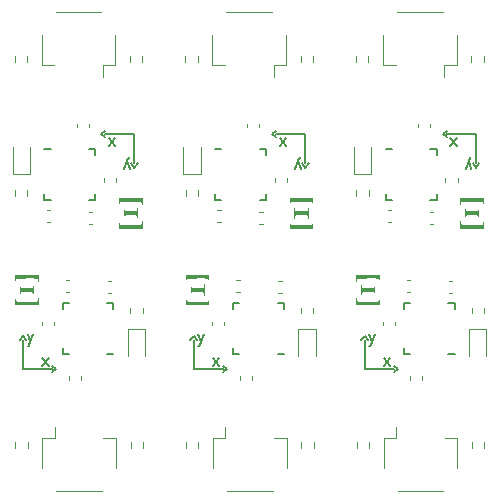
<source format=gbr>
%TF.GenerationSoftware,KiCad,Pcbnew,6.0.9-8da3e8f707~116~ubuntu20.04.1*%
%TF.CreationDate,2022-11-17T11:37:03+01:00*%
%TF.ProjectId,panel_sensor,70616e65-6c5f-4736-956e-736f722e6b69,rev?*%
%TF.SameCoordinates,Original*%
%TF.FileFunction,Legend,Top*%
%TF.FilePolarity,Positive*%
%FSLAX46Y46*%
G04 Gerber Fmt 4.6, Leading zero omitted, Abs format (unit mm)*
G04 Created by KiCad (PCBNEW 6.0.9-8da3e8f707~116~ubuntu20.04.1) date 2022-11-17 11:37:03*
%MOMM*%
%LPD*%
G01*
G04 APERTURE LIST*
%ADD10C,0.150000*%
%ADD11C,0.120000*%
G04 APERTURE END LIST*
D10*
X31125000Y-25725000D02*
X31475000Y-25475000D01*
X45575000Y-25725000D02*
X45925000Y-25475000D01*
X60025000Y-25725000D02*
X60375000Y-25475000D01*
X27325000Y-45675000D02*
X26975000Y-45925000D01*
X41775000Y-45675000D02*
X41425000Y-45925000D01*
X56225000Y-45675000D02*
X55875000Y-45925000D01*
X33925000Y-28575000D02*
X33675000Y-28225000D01*
X48375000Y-28575000D02*
X48125000Y-28225000D01*
X62825000Y-28575000D02*
X62575000Y-28225000D01*
X24525000Y-42825000D02*
X24775000Y-43175000D01*
X38975000Y-42825000D02*
X39225000Y-43175000D01*
X53425000Y-42825000D02*
X53675000Y-43175000D01*
X33925000Y-28225000D02*
X33925000Y-25725000D01*
X62825000Y-28225000D02*
X62825000Y-25725000D01*
X48375000Y-28225000D02*
X48375000Y-25725000D01*
X24525000Y-43175000D02*
X24525000Y-45675000D01*
X38975000Y-43175000D02*
X38975000Y-45675000D01*
X53425000Y-43175000D02*
X53425000Y-45675000D01*
X31475000Y-26025000D02*
X31125000Y-25725000D01*
X45925000Y-26025000D02*
X45575000Y-25725000D01*
X60375000Y-26025000D02*
X60025000Y-25725000D01*
X26975000Y-45375000D02*
X27325000Y-45675000D01*
X41425000Y-45375000D02*
X41775000Y-45675000D01*
X55875000Y-45375000D02*
X56225000Y-45675000D01*
X34225000Y-28225000D02*
X33925000Y-28575000D01*
X48675000Y-28225000D02*
X48375000Y-28575000D01*
X63125000Y-28225000D02*
X62825000Y-28575000D01*
X24225000Y-43175000D02*
X24525000Y-42825000D01*
X38675000Y-43175000D02*
X38975000Y-42825000D01*
X53125000Y-43175000D02*
X53425000Y-42825000D01*
X33925000Y-25725000D02*
X31425000Y-25725000D01*
X48375000Y-25725000D02*
X45875000Y-25725000D01*
X62825000Y-25725000D02*
X60325000Y-25725000D01*
X24525000Y-45675000D02*
X27025000Y-45675000D01*
X38975000Y-45675000D02*
X41475000Y-45675000D01*
X53425000Y-45675000D02*
X55925000Y-45675000D01*
X33563095Y-28689285D02*
X33325000Y-28022619D01*
X33086904Y-28689285D02*
X33325000Y-28022619D01*
X33420238Y-27784523D01*
X33467857Y-27736904D01*
X33563095Y-27689285D01*
X48013095Y-28689285D02*
X47775000Y-28022619D01*
X47536904Y-28689285D02*
X47775000Y-28022619D01*
X47870238Y-27784523D01*
X47917857Y-27736904D01*
X48013095Y-27689285D01*
X62463095Y-28689285D02*
X62225000Y-28022619D01*
X61986904Y-28689285D02*
X62225000Y-28022619D01*
X62320238Y-27784523D01*
X62367857Y-27736904D01*
X62463095Y-27689285D01*
X24886904Y-42710714D02*
X25125000Y-43377380D01*
X25363095Y-42710714D02*
X25125000Y-43377380D01*
X25029761Y-43615476D01*
X24982142Y-43663095D01*
X24886904Y-43710714D01*
X39336904Y-42710714D02*
X39575000Y-43377380D01*
X39813095Y-42710714D02*
X39575000Y-43377380D01*
X39479761Y-43615476D01*
X39432142Y-43663095D01*
X39336904Y-43710714D01*
X53786904Y-42710714D02*
X54025000Y-43377380D01*
X54263095Y-42710714D02*
X54025000Y-43377380D01*
X53929761Y-43615476D01*
X53882142Y-43663095D01*
X53786904Y-43710714D01*
X32311904Y-26047619D02*
X31788095Y-26714285D01*
X32311904Y-26714285D02*
X31788095Y-26047619D01*
X46761904Y-26047619D02*
X46238095Y-26714285D01*
X46761904Y-26714285D02*
X46238095Y-26047619D01*
X61211904Y-26047619D02*
X60688095Y-26714285D01*
X61211904Y-26714285D02*
X60688095Y-26047619D01*
X26138095Y-45352380D02*
X26661904Y-44685714D01*
X26138095Y-44685714D02*
X26661904Y-45352380D01*
X40588095Y-45352380D02*
X41111904Y-44685714D01*
X40588095Y-44685714D02*
X41111904Y-45352380D01*
X55038095Y-45352380D02*
X55561904Y-44685714D01*
X55038095Y-44685714D02*
X55561904Y-45352380D01*
D11*
%TO.C,D1*%
X39535000Y-29135000D02*
X39535000Y-26850000D01*
X38065000Y-29135000D02*
X39535000Y-29135000D01*
X38065000Y-26850000D02*
X38065000Y-29135000D01*
%TO.C,R3*%
X39332500Y-52287224D02*
X39332500Y-51777776D01*
X38287500Y-52287224D02*
X38287500Y-51777776D01*
%TO.C,C4*%
X26776580Y-33220000D02*
X26495420Y-33220000D01*
X26776580Y-32200000D02*
X26495420Y-32200000D01*
%TO.C,D1*%
X63735000Y-42265000D02*
X62265000Y-42265000D01*
X63735000Y-44550000D02*
X63735000Y-42265000D01*
X62265000Y-42265000D02*
X62265000Y-44550000D01*
%TO.C,C4*%
X31673420Y-38180000D02*
X31954580Y-38180000D01*
X31673420Y-39200000D02*
X31954580Y-39200000D01*
%TO.C,G\u002A\u002A\u002A*%
G36*
X63509780Y-33112792D02*
G01*
X63511113Y-33113467D01*
X63512322Y-33114070D01*
X63513415Y-33114789D01*
X63514398Y-33115810D01*
X63515275Y-33117319D01*
X63516054Y-33119505D01*
X63516739Y-33122553D01*
X63517338Y-33126651D01*
X63517856Y-33131986D01*
X63518299Y-33138745D01*
X63518672Y-33147114D01*
X63518983Y-33157281D01*
X63519236Y-33169432D01*
X63519438Y-33183755D01*
X63519595Y-33200436D01*
X63519712Y-33219662D01*
X63519796Y-33241621D01*
X63519853Y-33266498D01*
X63519888Y-33294482D01*
X63519907Y-33325759D01*
X63519917Y-33360515D01*
X63519923Y-33398939D01*
X63519930Y-33431654D01*
X63520000Y-33738308D01*
X63508308Y-33750000D01*
X61531693Y-33750000D01*
X61525847Y-33744154D01*
X61520000Y-33738308D01*
X61520000Y-33432055D01*
X61519997Y-33390479D01*
X61519992Y-33352717D01*
X61519991Y-33318584D01*
X61520003Y-33287894D01*
X61520033Y-33260462D01*
X61520089Y-33236101D01*
X61520178Y-33214627D01*
X61520307Y-33195854D01*
X61520482Y-33179595D01*
X61520710Y-33165666D01*
X61520999Y-33153881D01*
X61521355Y-33144055D01*
X61521786Y-33136000D01*
X61522298Y-33129533D01*
X61522899Y-33124467D01*
X61523594Y-33120617D01*
X61524392Y-33117798D01*
X61525298Y-33115822D01*
X61526321Y-33114506D01*
X61527467Y-33113663D01*
X61528742Y-33113108D01*
X61530155Y-33112654D01*
X61531711Y-33112118D01*
X61531970Y-33112013D01*
X61536507Y-33110624D01*
X61539301Y-33110659D01*
X61539417Y-33110750D01*
X61540001Y-33112971D01*
X61541065Y-33118679D01*
X61542534Y-33127402D01*
X61544329Y-33138667D01*
X61546377Y-33151998D01*
X61548601Y-33166925D01*
X61550142Y-33177520D01*
X61553438Y-33200266D01*
X61556267Y-33219451D01*
X61558700Y-33235476D01*
X61560809Y-33248744D01*
X61562664Y-33259657D01*
X61564339Y-33268617D01*
X61565903Y-33276026D01*
X61567429Y-33282286D01*
X61568989Y-33287799D01*
X61570653Y-33292968D01*
X61570717Y-33293155D01*
X61581649Y-33319329D01*
X61595732Y-33343247D01*
X61612703Y-33364693D01*
X61632296Y-33383453D01*
X61654249Y-33399311D01*
X61678297Y-33412053D01*
X61704177Y-33421463D01*
X61731625Y-33427325D01*
X61736000Y-33427903D01*
X61738830Y-33428113D01*
X61743791Y-33428309D01*
X61750966Y-33428492D01*
X61760437Y-33428661D01*
X61772288Y-33428817D01*
X61786600Y-33428960D01*
X61803456Y-33429091D01*
X61822939Y-33429208D01*
X61845131Y-33429313D01*
X61870116Y-33429406D01*
X61897974Y-33429487D01*
X61928790Y-33429555D01*
X61962645Y-33429612D01*
X61999623Y-33429656D01*
X62039805Y-33429690D01*
X62083274Y-33429712D01*
X62130114Y-33429723D01*
X62180406Y-33429723D01*
X62234233Y-33429712D01*
X62291677Y-33429690D01*
X62352822Y-33429658D01*
X62417749Y-33429615D01*
X62486542Y-33429562D01*
X62532000Y-33429524D01*
X62598601Y-33429465D01*
X62661319Y-33429407D01*
X62720273Y-33429350D01*
X62775581Y-33429293D01*
X62827360Y-33429235D01*
X62875730Y-33429177D01*
X62920806Y-33429117D01*
X62962709Y-33429054D01*
X63001555Y-33428989D01*
X63037463Y-33428920D01*
X63070550Y-33428847D01*
X63100935Y-33428770D01*
X63128734Y-33428687D01*
X63154068Y-33428598D01*
X63177052Y-33428503D01*
X63197805Y-33428401D01*
X63216446Y-33428291D01*
X63233092Y-33428173D01*
X63247860Y-33428047D01*
X63260870Y-33427910D01*
X63272239Y-33427764D01*
X63282084Y-33427607D01*
X63290524Y-33427439D01*
X63297677Y-33427259D01*
X63303661Y-33427067D01*
X63308593Y-33426861D01*
X63312591Y-33426642D01*
X63315775Y-33426409D01*
X63318260Y-33426161D01*
X63320166Y-33425897D01*
X63321611Y-33425618D01*
X63322000Y-33425524D01*
X63350870Y-33416329D01*
X63377071Y-33404186D01*
X63400568Y-33389122D01*
X63421329Y-33371163D01*
X63439318Y-33350336D01*
X63454503Y-33326665D01*
X63458012Y-33320000D01*
X63461681Y-33312463D01*
X63464916Y-33305103D01*
X63467809Y-33297509D01*
X63470451Y-33289268D01*
X63472935Y-33279970D01*
X63475352Y-33269202D01*
X63477794Y-33256553D01*
X63480354Y-33241610D01*
X63483122Y-33223963D01*
X63486191Y-33203199D01*
X63489652Y-33178907D01*
X63489921Y-33177000D01*
X63492039Y-33162028D01*
X63494021Y-33148180D01*
X63495787Y-33136000D01*
X63497259Y-33126029D01*
X63498357Y-33118810D01*
X63499001Y-33114884D01*
X63499077Y-33114500D01*
X63500827Y-33110938D01*
X63504205Y-33110405D01*
X63509780Y-33112792D01*
G37*
G36*
X61939417Y-31970750D02*
G01*
X61940001Y-31972971D01*
X61941065Y-31978679D01*
X61942534Y-31987402D01*
X61944329Y-31998667D01*
X61946377Y-32011998D01*
X61948601Y-32026925D01*
X61950142Y-32037520D01*
X61953438Y-32060266D01*
X61956267Y-32079451D01*
X61958700Y-32095476D01*
X61960809Y-32108744D01*
X61962664Y-32119657D01*
X61964339Y-32128617D01*
X61965903Y-32136026D01*
X61967429Y-32142286D01*
X61968989Y-32147799D01*
X61970653Y-32152968D01*
X61970717Y-32153155D01*
X61981654Y-32179340D01*
X61995742Y-32203265D01*
X62012720Y-32224715D01*
X62032323Y-32243476D01*
X62054290Y-32259335D01*
X62078357Y-32272076D01*
X62104262Y-32281486D01*
X62131742Y-32287350D01*
X62136000Y-32287913D01*
X62139694Y-32288215D01*
X62145633Y-32288489D01*
X62153935Y-32288734D01*
X62164716Y-32288950D01*
X62178094Y-32289139D01*
X62194183Y-32289300D01*
X62213102Y-32289435D01*
X62234967Y-32289543D01*
X62259894Y-32289625D01*
X62288001Y-32289682D01*
X62319402Y-32289714D01*
X62354216Y-32289722D01*
X62392559Y-32289705D01*
X62434547Y-32289665D01*
X62480298Y-32289602D01*
X62529927Y-32289517D01*
X62532000Y-32289513D01*
X62577930Y-32289424D01*
X62620032Y-32289337D01*
X62658477Y-32289250D01*
X62693438Y-32289161D01*
X62725087Y-32289069D01*
X62753595Y-32288972D01*
X62779134Y-32288868D01*
X62801877Y-32288754D01*
X62821995Y-32288631D01*
X62839660Y-32288495D01*
X62855045Y-32288345D01*
X62868320Y-32288179D01*
X62879658Y-32287995D01*
X62889230Y-32287792D01*
X62897209Y-32287568D01*
X62903767Y-32287322D01*
X62909075Y-32287050D01*
X62913306Y-32286752D01*
X62916630Y-32286426D01*
X62919221Y-32286069D01*
X62921250Y-32285681D01*
X62922000Y-32285502D01*
X62950796Y-32276365D01*
X62976964Y-32264253D01*
X63000459Y-32249202D01*
X63021235Y-32231246D01*
X63039247Y-32210422D01*
X63054448Y-32186765D01*
X63058012Y-32180000D01*
X63061681Y-32172463D01*
X63064916Y-32165103D01*
X63067809Y-32157509D01*
X63070451Y-32149268D01*
X63072935Y-32139970D01*
X63075352Y-32129202D01*
X63077794Y-32116553D01*
X63080354Y-32101610D01*
X63083122Y-32083963D01*
X63086191Y-32063199D01*
X63089652Y-32038907D01*
X63089921Y-32037000D01*
X63092039Y-32022028D01*
X63094021Y-32008180D01*
X63095787Y-31996000D01*
X63097259Y-31986029D01*
X63098357Y-31978810D01*
X63099001Y-31974884D01*
X63099077Y-31974500D01*
X63100827Y-31970938D01*
X63104205Y-31970405D01*
X63109780Y-31972792D01*
X63110877Y-31973317D01*
X63111891Y-31973731D01*
X63112826Y-31974185D01*
X63113685Y-31974831D01*
X63114472Y-31975821D01*
X63115189Y-31977305D01*
X63115840Y-31979435D01*
X63116428Y-31982362D01*
X63116956Y-31986238D01*
X63117428Y-31991215D01*
X63117846Y-31997443D01*
X63118214Y-32005074D01*
X63118536Y-32014259D01*
X63118814Y-32025150D01*
X63119051Y-32037899D01*
X63119252Y-32052656D01*
X63119418Y-32069573D01*
X63119554Y-32088802D01*
X63119662Y-32110493D01*
X63119745Y-32134799D01*
X63119808Y-32161871D01*
X63119853Y-32191859D01*
X63119883Y-32224916D01*
X63119902Y-32261193D01*
X63119913Y-32300841D01*
X63119919Y-32344012D01*
X63119923Y-32390857D01*
X63119928Y-32441527D01*
X63119930Y-32449600D01*
X63119940Y-32501041D01*
X63119953Y-32548633D01*
X63119965Y-32592526D01*
X63119972Y-32632870D01*
X63119969Y-32669816D01*
X63119955Y-32703514D01*
X63119924Y-32734115D01*
X63119873Y-32761769D01*
X63119798Y-32786627D01*
X63119696Y-32808838D01*
X63119562Y-32828554D01*
X63119394Y-32845925D01*
X63119186Y-32861101D01*
X63118937Y-32874233D01*
X63118641Y-32885471D01*
X63118295Y-32894966D01*
X63117895Y-32902868D01*
X63117438Y-32909327D01*
X63116920Y-32914495D01*
X63116337Y-32918520D01*
X63115685Y-32921555D01*
X63114960Y-32923749D01*
X63114160Y-32925253D01*
X63113280Y-32926217D01*
X63112316Y-32926792D01*
X63111264Y-32927127D01*
X63110122Y-32927375D01*
X63108884Y-32927684D01*
X63108031Y-32927988D01*
X63103494Y-32929377D01*
X63100700Y-32929342D01*
X63100584Y-32929251D01*
X63100000Y-32927030D01*
X63098936Y-32921322D01*
X63097467Y-32912599D01*
X63095672Y-32901334D01*
X63093624Y-32888003D01*
X63091400Y-32873076D01*
X63089859Y-32862481D01*
X63086563Y-32839735D01*
X63083734Y-32820550D01*
X63081301Y-32804525D01*
X63079192Y-32791257D01*
X63077337Y-32780344D01*
X63075662Y-32771384D01*
X63074098Y-32763975D01*
X63072572Y-32757715D01*
X63071012Y-32752202D01*
X63069348Y-32747033D01*
X63069284Y-32746846D01*
X63058409Y-32720862D01*
X63044296Y-32696945D01*
X63027219Y-32675374D01*
X63007449Y-32656424D01*
X62985259Y-32640373D01*
X62960923Y-32627499D01*
X62946009Y-32621623D01*
X62942506Y-32620375D01*
X62939366Y-32619232D01*
X62936412Y-32618187D01*
X62933466Y-32617236D01*
X62930351Y-32616374D01*
X62926890Y-32615597D01*
X62922904Y-32614900D01*
X62918216Y-32614278D01*
X62912649Y-32613725D01*
X62906025Y-32613239D01*
X62898167Y-32612812D01*
X62888897Y-32612442D01*
X62878037Y-32612123D01*
X62865411Y-32611850D01*
X62850840Y-32611618D01*
X62834148Y-32611424D01*
X62815156Y-32611261D01*
X62793687Y-32611126D01*
X62769563Y-32611013D01*
X62742608Y-32610917D01*
X62712643Y-32610835D01*
X62679491Y-32610761D01*
X62642974Y-32610690D01*
X62602915Y-32610617D01*
X62559137Y-32610538D01*
X62532000Y-32610488D01*
X62482214Y-32610402D01*
X62436310Y-32610338D01*
X62394173Y-32610297D01*
X62355686Y-32610279D01*
X62320733Y-32610286D01*
X62289196Y-32610317D01*
X62260960Y-32610373D01*
X62235908Y-32610454D01*
X62213922Y-32610561D01*
X62194887Y-32610695D01*
X62178686Y-32610855D01*
X62165202Y-32611043D01*
X62154319Y-32611258D01*
X62145920Y-32611502D01*
X62139888Y-32611774D01*
X62136107Y-32612075D01*
X62136000Y-32612088D01*
X62108363Y-32617396D01*
X62082235Y-32626287D01*
X62057885Y-32638543D01*
X62035581Y-32653945D01*
X62015592Y-32672273D01*
X61998187Y-32693310D01*
X61983634Y-32716835D01*
X61972202Y-32742630D01*
X61970717Y-32746846D01*
X61969047Y-32752010D01*
X61967485Y-32757503D01*
X61965959Y-32763729D01*
X61964397Y-32771089D01*
X61962728Y-32779985D01*
X61960880Y-32790820D01*
X61958782Y-32803995D01*
X61956363Y-32819913D01*
X61953549Y-32838975D01*
X61950271Y-32861585D01*
X61950142Y-32862481D01*
X61947844Y-32878207D01*
X61945670Y-32892654D01*
X61943698Y-32905348D01*
X61942003Y-32915817D01*
X61940662Y-32923586D01*
X61939749Y-32928183D01*
X61939417Y-32929251D01*
X61936497Y-32929675D01*
X61932050Y-32927962D01*
X61927344Y-32924838D01*
X61923649Y-32921027D01*
X61922906Y-32919818D01*
X61922560Y-32917167D01*
X61922233Y-32910731D01*
X61921926Y-32900728D01*
X61921637Y-32887372D01*
X61921368Y-32870881D01*
X61921118Y-32851470D01*
X61920888Y-32829356D01*
X61920676Y-32804753D01*
X61920484Y-32777879D01*
X61920311Y-32748950D01*
X61920157Y-32718181D01*
X61920022Y-32685788D01*
X61919906Y-32651987D01*
X61919810Y-32616995D01*
X61919733Y-32581028D01*
X61919675Y-32544301D01*
X61919636Y-32507031D01*
X61919617Y-32469434D01*
X61919617Y-32431725D01*
X61919635Y-32394121D01*
X61919674Y-32356837D01*
X61919731Y-32320090D01*
X61919807Y-32284097D01*
X61919903Y-32249071D01*
X61920018Y-32215231D01*
X61920152Y-32182792D01*
X61920306Y-32151970D01*
X61920478Y-32122980D01*
X61920670Y-32096040D01*
X61920881Y-32071365D01*
X61921111Y-32049171D01*
X61921360Y-32029673D01*
X61921629Y-32013090D01*
X61921917Y-31999635D01*
X61922224Y-31989525D01*
X61922550Y-31982977D01*
X61922895Y-31980206D01*
X61922906Y-31980183D01*
X61926031Y-31976305D01*
X61930558Y-31972890D01*
X61935221Y-31970663D01*
X61938751Y-31970347D01*
X61939417Y-31970750D01*
G37*
G36*
X63514154Y-31155847D02*
G01*
X63520000Y-31161693D01*
X63520000Y-31467946D01*
X63520003Y-31509522D01*
X63520008Y-31547284D01*
X63520009Y-31581417D01*
X63519998Y-31612107D01*
X63519968Y-31639539D01*
X63519912Y-31663900D01*
X63519823Y-31685374D01*
X63519694Y-31704147D01*
X63519519Y-31720406D01*
X63519291Y-31734335D01*
X63519002Y-31746120D01*
X63518646Y-31755946D01*
X63518215Y-31764001D01*
X63517703Y-31770468D01*
X63517102Y-31775534D01*
X63516407Y-31779384D01*
X63515609Y-31782203D01*
X63514703Y-31784179D01*
X63513680Y-31785495D01*
X63512534Y-31786338D01*
X63511259Y-31786893D01*
X63509846Y-31787347D01*
X63508290Y-31787883D01*
X63508031Y-31787988D01*
X63503494Y-31789377D01*
X63500700Y-31789342D01*
X63500584Y-31789251D01*
X63500000Y-31787030D01*
X63498936Y-31781322D01*
X63497467Y-31772599D01*
X63495672Y-31761334D01*
X63493624Y-31748003D01*
X63491400Y-31733076D01*
X63489859Y-31722481D01*
X63486346Y-31698274D01*
X63483278Y-31677628D01*
X63480564Y-31660140D01*
X63478113Y-31645408D01*
X63475837Y-31633029D01*
X63473645Y-31622600D01*
X63471446Y-31613718D01*
X63469152Y-31605981D01*
X63466671Y-31598985D01*
X63463914Y-31592328D01*
X63460791Y-31585607D01*
X63458012Y-31580000D01*
X63443567Y-31555590D01*
X63426308Y-31534015D01*
X63406270Y-31515303D01*
X63383486Y-31499478D01*
X63357990Y-31486568D01*
X63329816Y-31476599D01*
X63322000Y-31474477D01*
X63320681Y-31474193D01*
X63318938Y-31473924D01*
X63316653Y-31473671D01*
X63313710Y-31473433D01*
X63309989Y-31473210D01*
X63305373Y-31473000D01*
X63299744Y-31472803D01*
X63292984Y-31472619D01*
X63284975Y-31472447D01*
X63275600Y-31472287D01*
X63264739Y-31472137D01*
X63252276Y-31471998D01*
X63238092Y-31471868D01*
X63222069Y-31471747D01*
X63204089Y-31471635D01*
X63184035Y-31471530D01*
X63161789Y-31471433D01*
X63137232Y-31471342D01*
X63110247Y-31471258D01*
X63080715Y-31471178D01*
X63048519Y-31471104D01*
X63013541Y-31471034D01*
X62975663Y-31470968D01*
X62934767Y-31470904D01*
X62890734Y-31470844D01*
X62843448Y-31470785D01*
X62792790Y-31470727D01*
X62738641Y-31470670D01*
X62680885Y-31470613D01*
X62619403Y-31470555D01*
X62554078Y-31470497D01*
X62532000Y-31470477D01*
X62460725Y-31470418D01*
X62393367Y-31470369D01*
X62329844Y-31470330D01*
X62270073Y-31470302D01*
X62213972Y-31470284D01*
X62161458Y-31470277D01*
X62112448Y-31470281D01*
X62066861Y-31470296D01*
X62024613Y-31470322D01*
X61985622Y-31470360D01*
X61949805Y-31470409D01*
X61917080Y-31470470D01*
X61887364Y-31470543D01*
X61860575Y-31470628D01*
X61836629Y-31470725D01*
X61815445Y-31470835D01*
X61796940Y-31470957D01*
X61781032Y-31471092D01*
X61767637Y-31471240D01*
X61756673Y-31471401D01*
X61748058Y-31471575D01*
X61741709Y-31471763D01*
X61737543Y-31471964D01*
X61736000Y-31472098D01*
X61708391Y-31477388D01*
X61682282Y-31486264D01*
X61657944Y-31498506D01*
X61635646Y-31513894D01*
X61615657Y-31532209D01*
X61598247Y-31553230D01*
X61583686Y-31576738D01*
X61572245Y-31602513D01*
X61570717Y-31606846D01*
X61569047Y-31612010D01*
X61567485Y-31617503D01*
X61565959Y-31623729D01*
X61564397Y-31631089D01*
X61562728Y-31639985D01*
X61560880Y-31650820D01*
X61558782Y-31663995D01*
X61556363Y-31679913D01*
X61553549Y-31698975D01*
X61550271Y-31721585D01*
X61550142Y-31722481D01*
X61547844Y-31738207D01*
X61545670Y-31752654D01*
X61543698Y-31765348D01*
X61542003Y-31775817D01*
X61540662Y-31783586D01*
X61539749Y-31788183D01*
X61539417Y-31789251D01*
X61536885Y-31789441D01*
X61532445Y-31788179D01*
X61531970Y-31787988D01*
X61530391Y-31787421D01*
X61528956Y-31786967D01*
X61527659Y-31786440D01*
X61526494Y-31785655D01*
X61525452Y-31784426D01*
X61524528Y-31782567D01*
X61523713Y-31779893D01*
X61523002Y-31776218D01*
X61522387Y-31771357D01*
X61521862Y-31765124D01*
X61521418Y-31757333D01*
X61521051Y-31747798D01*
X61520752Y-31736335D01*
X61520514Y-31722757D01*
X61520331Y-31706880D01*
X61520196Y-31688516D01*
X61520101Y-31667481D01*
X61520040Y-31643589D01*
X61520006Y-31616655D01*
X61519992Y-31586492D01*
X61519991Y-31552915D01*
X61519996Y-31515740D01*
X61520000Y-31474779D01*
X61520001Y-31467946D01*
X61520001Y-31161693D01*
X61525847Y-31155847D01*
X61531693Y-31150000D01*
X63508308Y-31150000D01*
X63514154Y-31155847D01*
G37*
%TO.C,R3*%
X49062500Y-19112776D02*
X49062500Y-19622224D01*
X48017500Y-19112776D02*
X48017500Y-19622224D01*
%TO.C,C4*%
X55676580Y-32200000D02*
X55395420Y-32200000D01*
X55676580Y-33220000D02*
X55395420Y-33220000D01*
%TO.C,G\u002A\u002A\u002A*%
G36*
X40274153Y-37655846D02*
G01*
X40280000Y-37661692D01*
X40280000Y-37967945D01*
X40280003Y-38009521D01*
X40280008Y-38047283D01*
X40280009Y-38081416D01*
X40279997Y-38112106D01*
X40279967Y-38139538D01*
X40279911Y-38163899D01*
X40279822Y-38185373D01*
X40279693Y-38204146D01*
X40279518Y-38220405D01*
X40279290Y-38234334D01*
X40279001Y-38246119D01*
X40278645Y-38255945D01*
X40278214Y-38264000D01*
X40277702Y-38270467D01*
X40277101Y-38275533D01*
X40276406Y-38279383D01*
X40275608Y-38282202D01*
X40274702Y-38284178D01*
X40273679Y-38285494D01*
X40272533Y-38286337D01*
X40271258Y-38286892D01*
X40269845Y-38287346D01*
X40268289Y-38287882D01*
X40268030Y-38287987D01*
X40263493Y-38289376D01*
X40260699Y-38289341D01*
X40260583Y-38289250D01*
X40259999Y-38287029D01*
X40258935Y-38281321D01*
X40257466Y-38272598D01*
X40255671Y-38261333D01*
X40253623Y-38248002D01*
X40251399Y-38233075D01*
X40249858Y-38222480D01*
X40246562Y-38199734D01*
X40243733Y-38180549D01*
X40241300Y-38164524D01*
X40239191Y-38151256D01*
X40237336Y-38140343D01*
X40235661Y-38131383D01*
X40234097Y-38123974D01*
X40232571Y-38117714D01*
X40231011Y-38112201D01*
X40229347Y-38107032D01*
X40229283Y-38106845D01*
X40218351Y-38080671D01*
X40204268Y-38056753D01*
X40187297Y-38035307D01*
X40167704Y-38016547D01*
X40145751Y-38000689D01*
X40121703Y-37987947D01*
X40095823Y-37978537D01*
X40068375Y-37972675D01*
X40064000Y-37972097D01*
X40061170Y-37971887D01*
X40056209Y-37971691D01*
X40049034Y-37971508D01*
X40039563Y-37971339D01*
X40027712Y-37971183D01*
X40013400Y-37971040D01*
X39996544Y-37970909D01*
X39977061Y-37970792D01*
X39954869Y-37970687D01*
X39929884Y-37970594D01*
X39902026Y-37970513D01*
X39871210Y-37970445D01*
X39837355Y-37970388D01*
X39800377Y-37970344D01*
X39760195Y-37970310D01*
X39716726Y-37970288D01*
X39669886Y-37970277D01*
X39619594Y-37970277D01*
X39565767Y-37970288D01*
X39508323Y-37970310D01*
X39447178Y-37970342D01*
X39382251Y-37970385D01*
X39313458Y-37970438D01*
X39268000Y-37970476D01*
X39201399Y-37970535D01*
X39138681Y-37970593D01*
X39079727Y-37970650D01*
X39024419Y-37970707D01*
X38972640Y-37970765D01*
X38924270Y-37970823D01*
X38879194Y-37970883D01*
X38837291Y-37970946D01*
X38798445Y-37971011D01*
X38762537Y-37971080D01*
X38729450Y-37971153D01*
X38699065Y-37971230D01*
X38671266Y-37971313D01*
X38645932Y-37971402D01*
X38622948Y-37971497D01*
X38602195Y-37971599D01*
X38583554Y-37971709D01*
X38566908Y-37971827D01*
X38552140Y-37971953D01*
X38539130Y-37972090D01*
X38527761Y-37972236D01*
X38517916Y-37972393D01*
X38509476Y-37972561D01*
X38502323Y-37972741D01*
X38496339Y-37972933D01*
X38491407Y-37973139D01*
X38487409Y-37973358D01*
X38484225Y-37973591D01*
X38481740Y-37973839D01*
X38479834Y-37974103D01*
X38478389Y-37974382D01*
X38478000Y-37974476D01*
X38449130Y-37983671D01*
X38422929Y-37995814D01*
X38399432Y-38010878D01*
X38378671Y-38028837D01*
X38360682Y-38049664D01*
X38345497Y-38073335D01*
X38341988Y-38080000D01*
X38338319Y-38087537D01*
X38335084Y-38094897D01*
X38332191Y-38102491D01*
X38329549Y-38110732D01*
X38327065Y-38120030D01*
X38324648Y-38130798D01*
X38322206Y-38143447D01*
X38319646Y-38158390D01*
X38316878Y-38176037D01*
X38313809Y-38196801D01*
X38310348Y-38221093D01*
X38310079Y-38223000D01*
X38307961Y-38237972D01*
X38305979Y-38251820D01*
X38304213Y-38264000D01*
X38302741Y-38273971D01*
X38301643Y-38281190D01*
X38300999Y-38285116D01*
X38300923Y-38285500D01*
X38299173Y-38289062D01*
X38295795Y-38289595D01*
X38290220Y-38287208D01*
X38288887Y-38286533D01*
X38287678Y-38285930D01*
X38286585Y-38285211D01*
X38285602Y-38284190D01*
X38284725Y-38282681D01*
X38283946Y-38280495D01*
X38283261Y-38277447D01*
X38282662Y-38273349D01*
X38282144Y-38268014D01*
X38281701Y-38261255D01*
X38281328Y-38252886D01*
X38281017Y-38242719D01*
X38280764Y-38230568D01*
X38280562Y-38216245D01*
X38280405Y-38199564D01*
X38280288Y-38180338D01*
X38280204Y-38158379D01*
X38280147Y-38133502D01*
X38280112Y-38105518D01*
X38280093Y-38074241D01*
X38280083Y-38039485D01*
X38280077Y-38001061D01*
X38280070Y-37968346D01*
X38280000Y-37661692D01*
X38291692Y-37650000D01*
X40268307Y-37650000D01*
X40274153Y-37655846D01*
G37*
G36*
X39867950Y-38472038D02*
G01*
X39872656Y-38475162D01*
X39876351Y-38478973D01*
X39877094Y-38480182D01*
X39877440Y-38482833D01*
X39877767Y-38489269D01*
X39878074Y-38499272D01*
X39878363Y-38512628D01*
X39878632Y-38529119D01*
X39878882Y-38548530D01*
X39879112Y-38570644D01*
X39879324Y-38595247D01*
X39879516Y-38622121D01*
X39879689Y-38651050D01*
X39879843Y-38681819D01*
X39879978Y-38714212D01*
X39880094Y-38748013D01*
X39880190Y-38783005D01*
X39880267Y-38818972D01*
X39880325Y-38855699D01*
X39880364Y-38892969D01*
X39880383Y-38930566D01*
X39880383Y-38968275D01*
X39880365Y-39005879D01*
X39880326Y-39043163D01*
X39880269Y-39079910D01*
X39880193Y-39115903D01*
X39880097Y-39150929D01*
X39879982Y-39184769D01*
X39879848Y-39217208D01*
X39879694Y-39248030D01*
X39879522Y-39277020D01*
X39879330Y-39303960D01*
X39879119Y-39328635D01*
X39878889Y-39350829D01*
X39878640Y-39370327D01*
X39878371Y-39386910D01*
X39878083Y-39400365D01*
X39877776Y-39410475D01*
X39877450Y-39417023D01*
X39877105Y-39419794D01*
X39877094Y-39419817D01*
X39873969Y-39423695D01*
X39869442Y-39427110D01*
X39864779Y-39429337D01*
X39861249Y-39429653D01*
X39860583Y-39429250D01*
X39859999Y-39427029D01*
X39858935Y-39421321D01*
X39857466Y-39412598D01*
X39855671Y-39401333D01*
X39853623Y-39388002D01*
X39851399Y-39373075D01*
X39849858Y-39362480D01*
X39846562Y-39339734D01*
X39843733Y-39320549D01*
X39841300Y-39304524D01*
X39839191Y-39291256D01*
X39837336Y-39280343D01*
X39835661Y-39271383D01*
X39834097Y-39263974D01*
X39832571Y-39257714D01*
X39831011Y-39252201D01*
X39829347Y-39247032D01*
X39829283Y-39246845D01*
X39818346Y-39220660D01*
X39804258Y-39196735D01*
X39787280Y-39175285D01*
X39767677Y-39156524D01*
X39745710Y-39140665D01*
X39721643Y-39127924D01*
X39695738Y-39118514D01*
X39668258Y-39112650D01*
X39664000Y-39112087D01*
X39660306Y-39111785D01*
X39654367Y-39111511D01*
X39646065Y-39111266D01*
X39635284Y-39111050D01*
X39621906Y-39110861D01*
X39605817Y-39110700D01*
X39586898Y-39110565D01*
X39565033Y-39110457D01*
X39540106Y-39110375D01*
X39511999Y-39110318D01*
X39480598Y-39110286D01*
X39445784Y-39110278D01*
X39407441Y-39110295D01*
X39365453Y-39110335D01*
X39319702Y-39110398D01*
X39270073Y-39110483D01*
X39268000Y-39110487D01*
X39222070Y-39110576D01*
X39179968Y-39110663D01*
X39141523Y-39110750D01*
X39106562Y-39110839D01*
X39074913Y-39110931D01*
X39046405Y-39111028D01*
X39020866Y-39111132D01*
X38998123Y-39111246D01*
X38978005Y-39111369D01*
X38960340Y-39111505D01*
X38944955Y-39111655D01*
X38931680Y-39111821D01*
X38920342Y-39112005D01*
X38910770Y-39112208D01*
X38902791Y-39112432D01*
X38896233Y-39112678D01*
X38890925Y-39112950D01*
X38886694Y-39113248D01*
X38883370Y-39113574D01*
X38880779Y-39113931D01*
X38878750Y-39114319D01*
X38878000Y-39114498D01*
X38849204Y-39123635D01*
X38823036Y-39135747D01*
X38799541Y-39150798D01*
X38778765Y-39168754D01*
X38760753Y-39189578D01*
X38745552Y-39213235D01*
X38741988Y-39220000D01*
X38738319Y-39227537D01*
X38735084Y-39234897D01*
X38732191Y-39242491D01*
X38729549Y-39250732D01*
X38727065Y-39260030D01*
X38724648Y-39270798D01*
X38722206Y-39283447D01*
X38719646Y-39298390D01*
X38716878Y-39316037D01*
X38713809Y-39336801D01*
X38710348Y-39361093D01*
X38710079Y-39363000D01*
X38707961Y-39377972D01*
X38705979Y-39391820D01*
X38704213Y-39404000D01*
X38702741Y-39413971D01*
X38701643Y-39421190D01*
X38700999Y-39425116D01*
X38700923Y-39425500D01*
X38699173Y-39429062D01*
X38695795Y-39429595D01*
X38690220Y-39427208D01*
X38689123Y-39426683D01*
X38688109Y-39426269D01*
X38687174Y-39425815D01*
X38686315Y-39425169D01*
X38685528Y-39424179D01*
X38684811Y-39422695D01*
X38684160Y-39420565D01*
X38683572Y-39417638D01*
X38683044Y-39413762D01*
X38682572Y-39408785D01*
X38682154Y-39402557D01*
X38681786Y-39394926D01*
X38681464Y-39385741D01*
X38681186Y-39374850D01*
X38680949Y-39362101D01*
X38680748Y-39347344D01*
X38680582Y-39330427D01*
X38680446Y-39311198D01*
X38680338Y-39289507D01*
X38680255Y-39265201D01*
X38680192Y-39238129D01*
X38680147Y-39208141D01*
X38680117Y-39175084D01*
X38680098Y-39138807D01*
X38680087Y-39099159D01*
X38680081Y-39055988D01*
X38680077Y-39009143D01*
X38680072Y-38958473D01*
X38680070Y-38950400D01*
X38680060Y-38898959D01*
X38680047Y-38851367D01*
X38680035Y-38807474D01*
X38680028Y-38767130D01*
X38680031Y-38730184D01*
X38680045Y-38696486D01*
X38680076Y-38665885D01*
X38680127Y-38638231D01*
X38680202Y-38613373D01*
X38680304Y-38591162D01*
X38680438Y-38571446D01*
X38680606Y-38554075D01*
X38680814Y-38538899D01*
X38681063Y-38525767D01*
X38681359Y-38514529D01*
X38681705Y-38505034D01*
X38682105Y-38497132D01*
X38682562Y-38490673D01*
X38683080Y-38485505D01*
X38683663Y-38481480D01*
X38684315Y-38478445D01*
X38685040Y-38476251D01*
X38685840Y-38474747D01*
X38686720Y-38473783D01*
X38687684Y-38473208D01*
X38688736Y-38472873D01*
X38689878Y-38472625D01*
X38691116Y-38472316D01*
X38691969Y-38472012D01*
X38696506Y-38470623D01*
X38699300Y-38470658D01*
X38699416Y-38470749D01*
X38700000Y-38472970D01*
X38701064Y-38478678D01*
X38702533Y-38487401D01*
X38704328Y-38498666D01*
X38706376Y-38511997D01*
X38708600Y-38526924D01*
X38710141Y-38537519D01*
X38713437Y-38560265D01*
X38716266Y-38579450D01*
X38718699Y-38595475D01*
X38720808Y-38608743D01*
X38722663Y-38619656D01*
X38724338Y-38628616D01*
X38725902Y-38636025D01*
X38727428Y-38642285D01*
X38728988Y-38647798D01*
X38730652Y-38652967D01*
X38730716Y-38653154D01*
X38741591Y-38679138D01*
X38755704Y-38703055D01*
X38772781Y-38724626D01*
X38792551Y-38743576D01*
X38814741Y-38759627D01*
X38839077Y-38772501D01*
X38853991Y-38778377D01*
X38857494Y-38779625D01*
X38860634Y-38780768D01*
X38863588Y-38781813D01*
X38866534Y-38782764D01*
X38869649Y-38783626D01*
X38873110Y-38784403D01*
X38877096Y-38785100D01*
X38881784Y-38785722D01*
X38887351Y-38786275D01*
X38893975Y-38786761D01*
X38901833Y-38787188D01*
X38911103Y-38787558D01*
X38921963Y-38787877D01*
X38934589Y-38788150D01*
X38949160Y-38788382D01*
X38965852Y-38788576D01*
X38984844Y-38788739D01*
X39006313Y-38788874D01*
X39030437Y-38788987D01*
X39057392Y-38789083D01*
X39087357Y-38789165D01*
X39120509Y-38789239D01*
X39157026Y-38789310D01*
X39197085Y-38789383D01*
X39240863Y-38789462D01*
X39268000Y-38789512D01*
X39317786Y-38789598D01*
X39363690Y-38789662D01*
X39405827Y-38789703D01*
X39444314Y-38789721D01*
X39479267Y-38789714D01*
X39510804Y-38789683D01*
X39539040Y-38789627D01*
X39564092Y-38789546D01*
X39586078Y-38789439D01*
X39605113Y-38789305D01*
X39621314Y-38789145D01*
X39634798Y-38788957D01*
X39645681Y-38788742D01*
X39654080Y-38788498D01*
X39660112Y-38788226D01*
X39663893Y-38787925D01*
X39664000Y-38787912D01*
X39691637Y-38782604D01*
X39717765Y-38773713D01*
X39742115Y-38761457D01*
X39764419Y-38746055D01*
X39784408Y-38727727D01*
X39801813Y-38706690D01*
X39816366Y-38683165D01*
X39827798Y-38657370D01*
X39829283Y-38653154D01*
X39830953Y-38647990D01*
X39832515Y-38642497D01*
X39834041Y-38636271D01*
X39835603Y-38628911D01*
X39837272Y-38620015D01*
X39839120Y-38609180D01*
X39841218Y-38596005D01*
X39843637Y-38580087D01*
X39846451Y-38561025D01*
X39849729Y-38538415D01*
X39849858Y-38537519D01*
X39852156Y-38521793D01*
X39854330Y-38507346D01*
X39856302Y-38494652D01*
X39857997Y-38484183D01*
X39859338Y-38476414D01*
X39860251Y-38471817D01*
X39860583Y-38470749D01*
X39863503Y-38470325D01*
X39867950Y-38472038D01*
G37*
G36*
X40267555Y-39611821D02*
G01*
X40268030Y-39612012D01*
X40269609Y-39612579D01*
X40271044Y-39613033D01*
X40272341Y-39613560D01*
X40273506Y-39614345D01*
X40274548Y-39615574D01*
X40275472Y-39617433D01*
X40276287Y-39620107D01*
X40276998Y-39623782D01*
X40277613Y-39628643D01*
X40278138Y-39634876D01*
X40278582Y-39642667D01*
X40278949Y-39652202D01*
X40279248Y-39663665D01*
X40279486Y-39677243D01*
X40279669Y-39693120D01*
X40279804Y-39711484D01*
X40279899Y-39732519D01*
X40279960Y-39756411D01*
X40279994Y-39783345D01*
X40280008Y-39813508D01*
X40280009Y-39847085D01*
X40280004Y-39884260D01*
X40280000Y-39925221D01*
X40279999Y-39932054D01*
X40279999Y-40238307D01*
X40274153Y-40244153D01*
X40268307Y-40250000D01*
X38291692Y-40250000D01*
X38285846Y-40244153D01*
X38280000Y-40238307D01*
X38280000Y-39932054D01*
X38279997Y-39890478D01*
X38279992Y-39852716D01*
X38279991Y-39818583D01*
X38280002Y-39787893D01*
X38280032Y-39760461D01*
X38280088Y-39736100D01*
X38280177Y-39714626D01*
X38280306Y-39695853D01*
X38280481Y-39679594D01*
X38280709Y-39665665D01*
X38280998Y-39653880D01*
X38281354Y-39644054D01*
X38281785Y-39635999D01*
X38282297Y-39629532D01*
X38282898Y-39624466D01*
X38283593Y-39620616D01*
X38284391Y-39617797D01*
X38285297Y-39615821D01*
X38286320Y-39614505D01*
X38287466Y-39613662D01*
X38288741Y-39613107D01*
X38290154Y-39612653D01*
X38291710Y-39612117D01*
X38291969Y-39612012D01*
X38296506Y-39610623D01*
X38299300Y-39610658D01*
X38299416Y-39610749D01*
X38300000Y-39612970D01*
X38301064Y-39618678D01*
X38302533Y-39627401D01*
X38304328Y-39638666D01*
X38306376Y-39651997D01*
X38308600Y-39666924D01*
X38310141Y-39677519D01*
X38313654Y-39701726D01*
X38316722Y-39722372D01*
X38319436Y-39739860D01*
X38321887Y-39754592D01*
X38324163Y-39766971D01*
X38326355Y-39777400D01*
X38328554Y-39786282D01*
X38330848Y-39794019D01*
X38333329Y-39801015D01*
X38336086Y-39807672D01*
X38339209Y-39814393D01*
X38341988Y-39820000D01*
X38356433Y-39844410D01*
X38373692Y-39865985D01*
X38393730Y-39884697D01*
X38416514Y-39900522D01*
X38442010Y-39913432D01*
X38470184Y-39923401D01*
X38478000Y-39925523D01*
X38479319Y-39925807D01*
X38481062Y-39926076D01*
X38483347Y-39926329D01*
X38486290Y-39926567D01*
X38490011Y-39926790D01*
X38494627Y-39927000D01*
X38500256Y-39927197D01*
X38507016Y-39927381D01*
X38515025Y-39927553D01*
X38524400Y-39927713D01*
X38535261Y-39927863D01*
X38547724Y-39928002D01*
X38561908Y-39928132D01*
X38577931Y-39928253D01*
X38595911Y-39928365D01*
X38615965Y-39928470D01*
X38638211Y-39928567D01*
X38662768Y-39928658D01*
X38689753Y-39928742D01*
X38719285Y-39928822D01*
X38751481Y-39928896D01*
X38786459Y-39928966D01*
X38824337Y-39929032D01*
X38865233Y-39929096D01*
X38909266Y-39929156D01*
X38956552Y-39929215D01*
X39007210Y-39929273D01*
X39061359Y-39929330D01*
X39119115Y-39929387D01*
X39180597Y-39929445D01*
X39245922Y-39929503D01*
X39268000Y-39929523D01*
X39339275Y-39929582D01*
X39406633Y-39929631D01*
X39470156Y-39929670D01*
X39529927Y-39929698D01*
X39586028Y-39929716D01*
X39638542Y-39929723D01*
X39687552Y-39929719D01*
X39733139Y-39929704D01*
X39775387Y-39929678D01*
X39814378Y-39929640D01*
X39850195Y-39929591D01*
X39882920Y-39929530D01*
X39912636Y-39929457D01*
X39939425Y-39929372D01*
X39963371Y-39929275D01*
X39984555Y-39929165D01*
X40003060Y-39929043D01*
X40018968Y-39928908D01*
X40032363Y-39928760D01*
X40043327Y-39928599D01*
X40051942Y-39928425D01*
X40058291Y-39928237D01*
X40062457Y-39928036D01*
X40064000Y-39927902D01*
X40091609Y-39922612D01*
X40117718Y-39913736D01*
X40142056Y-39901494D01*
X40164354Y-39886106D01*
X40184343Y-39867791D01*
X40201753Y-39846770D01*
X40216314Y-39823262D01*
X40227755Y-39797487D01*
X40229283Y-39793154D01*
X40230953Y-39787990D01*
X40232515Y-39782497D01*
X40234041Y-39776271D01*
X40235603Y-39768911D01*
X40237272Y-39760015D01*
X40239120Y-39749180D01*
X40241218Y-39736005D01*
X40243637Y-39720087D01*
X40246451Y-39701025D01*
X40249729Y-39678415D01*
X40249858Y-39677519D01*
X40252156Y-39661793D01*
X40254330Y-39647346D01*
X40256302Y-39634652D01*
X40257997Y-39624183D01*
X40259338Y-39616414D01*
X40260251Y-39611817D01*
X40260583Y-39610749D01*
X40263115Y-39610559D01*
X40267555Y-39611821D01*
G37*
%TO.C,C1*%
X28385580Y-39076000D02*
X28104420Y-39076000D01*
X28385580Y-38056000D02*
X28104420Y-38056000D01*
%TO.C,R2*%
X34662500Y-52287224D02*
X34662500Y-51777776D01*
X33617500Y-52287224D02*
X33617500Y-51777776D01*
%TO.C,C3*%
X42840000Y-46259420D02*
X42840000Y-46540580D01*
X43860000Y-46259420D02*
X43860000Y-46540580D01*
%TO.C,G\u002A\u002A\u002A*%
G36*
X54717555Y-39611821D02*
G01*
X54718030Y-39612012D01*
X54719609Y-39612579D01*
X54721044Y-39613033D01*
X54722341Y-39613560D01*
X54723506Y-39614345D01*
X54724548Y-39615574D01*
X54725472Y-39617433D01*
X54726287Y-39620107D01*
X54726998Y-39623782D01*
X54727613Y-39628643D01*
X54728138Y-39634876D01*
X54728582Y-39642667D01*
X54728949Y-39652202D01*
X54729248Y-39663665D01*
X54729486Y-39677243D01*
X54729669Y-39693120D01*
X54729804Y-39711484D01*
X54729899Y-39732519D01*
X54729960Y-39756411D01*
X54729994Y-39783345D01*
X54730008Y-39813508D01*
X54730009Y-39847085D01*
X54730004Y-39884260D01*
X54730000Y-39925221D01*
X54729999Y-39932054D01*
X54729999Y-40238307D01*
X54724153Y-40244153D01*
X54718307Y-40250000D01*
X52741692Y-40250000D01*
X52735846Y-40244153D01*
X52730000Y-40238307D01*
X52730000Y-39932054D01*
X52729997Y-39890478D01*
X52729992Y-39852716D01*
X52729991Y-39818583D01*
X52730002Y-39787893D01*
X52730032Y-39760461D01*
X52730088Y-39736100D01*
X52730177Y-39714626D01*
X52730306Y-39695853D01*
X52730481Y-39679594D01*
X52730709Y-39665665D01*
X52730998Y-39653880D01*
X52731354Y-39644054D01*
X52731785Y-39635999D01*
X52732297Y-39629532D01*
X52732898Y-39624466D01*
X52733593Y-39620616D01*
X52734391Y-39617797D01*
X52735297Y-39615821D01*
X52736320Y-39614505D01*
X52737466Y-39613662D01*
X52738741Y-39613107D01*
X52740154Y-39612653D01*
X52741710Y-39612117D01*
X52741969Y-39612012D01*
X52746506Y-39610623D01*
X52749300Y-39610658D01*
X52749416Y-39610749D01*
X52750000Y-39612970D01*
X52751064Y-39618678D01*
X52752533Y-39627401D01*
X52754328Y-39638666D01*
X52756376Y-39651997D01*
X52758600Y-39666924D01*
X52760141Y-39677519D01*
X52763654Y-39701726D01*
X52766722Y-39722372D01*
X52769436Y-39739860D01*
X52771887Y-39754592D01*
X52774163Y-39766971D01*
X52776355Y-39777400D01*
X52778554Y-39786282D01*
X52780848Y-39794019D01*
X52783329Y-39801015D01*
X52786086Y-39807672D01*
X52789209Y-39814393D01*
X52791988Y-39820000D01*
X52806433Y-39844410D01*
X52823692Y-39865985D01*
X52843730Y-39884697D01*
X52866514Y-39900522D01*
X52892010Y-39913432D01*
X52920184Y-39923401D01*
X52928000Y-39925523D01*
X52929319Y-39925807D01*
X52931062Y-39926076D01*
X52933347Y-39926329D01*
X52936290Y-39926567D01*
X52940011Y-39926790D01*
X52944627Y-39927000D01*
X52950256Y-39927197D01*
X52957016Y-39927381D01*
X52965025Y-39927553D01*
X52974400Y-39927713D01*
X52985261Y-39927863D01*
X52997724Y-39928002D01*
X53011908Y-39928132D01*
X53027931Y-39928253D01*
X53045911Y-39928365D01*
X53065965Y-39928470D01*
X53088211Y-39928567D01*
X53112768Y-39928658D01*
X53139753Y-39928742D01*
X53169285Y-39928822D01*
X53201481Y-39928896D01*
X53236459Y-39928966D01*
X53274337Y-39929032D01*
X53315233Y-39929096D01*
X53359266Y-39929156D01*
X53406552Y-39929215D01*
X53457210Y-39929273D01*
X53511359Y-39929330D01*
X53569115Y-39929387D01*
X53630597Y-39929445D01*
X53695922Y-39929503D01*
X53718000Y-39929523D01*
X53789275Y-39929582D01*
X53856633Y-39929631D01*
X53920156Y-39929670D01*
X53979927Y-39929698D01*
X54036028Y-39929716D01*
X54088542Y-39929723D01*
X54137552Y-39929719D01*
X54183139Y-39929704D01*
X54225387Y-39929678D01*
X54264378Y-39929640D01*
X54300195Y-39929591D01*
X54332920Y-39929530D01*
X54362636Y-39929457D01*
X54389425Y-39929372D01*
X54413371Y-39929275D01*
X54434555Y-39929165D01*
X54453060Y-39929043D01*
X54468968Y-39928908D01*
X54482363Y-39928760D01*
X54493327Y-39928599D01*
X54501942Y-39928425D01*
X54508291Y-39928237D01*
X54512457Y-39928036D01*
X54514000Y-39927902D01*
X54541609Y-39922612D01*
X54567718Y-39913736D01*
X54592056Y-39901494D01*
X54614354Y-39886106D01*
X54634343Y-39867791D01*
X54651753Y-39846770D01*
X54666314Y-39823262D01*
X54677755Y-39797487D01*
X54679283Y-39793154D01*
X54680953Y-39787990D01*
X54682515Y-39782497D01*
X54684041Y-39776271D01*
X54685603Y-39768911D01*
X54687272Y-39760015D01*
X54689120Y-39749180D01*
X54691218Y-39736005D01*
X54693637Y-39720087D01*
X54696451Y-39701025D01*
X54699729Y-39678415D01*
X54699858Y-39677519D01*
X54702156Y-39661793D01*
X54704330Y-39647346D01*
X54706302Y-39634652D01*
X54707997Y-39624183D01*
X54709338Y-39616414D01*
X54710251Y-39611817D01*
X54710583Y-39610749D01*
X54713115Y-39610559D01*
X54717555Y-39611821D01*
G37*
G36*
X54724153Y-37655846D02*
G01*
X54730000Y-37661692D01*
X54730000Y-37967945D01*
X54730003Y-38009521D01*
X54730008Y-38047283D01*
X54730009Y-38081416D01*
X54729997Y-38112106D01*
X54729967Y-38139538D01*
X54729911Y-38163899D01*
X54729822Y-38185373D01*
X54729693Y-38204146D01*
X54729518Y-38220405D01*
X54729290Y-38234334D01*
X54729001Y-38246119D01*
X54728645Y-38255945D01*
X54728214Y-38264000D01*
X54727702Y-38270467D01*
X54727101Y-38275533D01*
X54726406Y-38279383D01*
X54725608Y-38282202D01*
X54724702Y-38284178D01*
X54723679Y-38285494D01*
X54722533Y-38286337D01*
X54721258Y-38286892D01*
X54719845Y-38287346D01*
X54718289Y-38287882D01*
X54718030Y-38287987D01*
X54713493Y-38289376D01*
X54710699Y-38289341D01*
X54710583Y-38289250D01*
X54709999Y-38287029D01*
X54708935Y-38281321D01*
X54707466Y-38272598D01*
X54705671Y-38261333D01*
X54703623Y-38248002D01*
X54701399Y-38233075D01*
X54699858Y-38222480D01*
X54696562Y-38199734D01*
X54693733Y-38180549D01*
X54691300Y-38164524D01*
X54689191Y-38151256D01*
X54687336Y-38140343D01*
X54685661Y-38131383D01*
X54684097Y-38123974D01*
X54682571Y-38117714D01*
X54681011Y-38112201D01*
X54679347Y-38107032D01*
X54679283Y-38106845D01*
X54668351Y-38080671D01*
X54654268Y-38056753D01*
X54637297Y-38035307D01*
X54617704Y-38016547D01*
X54595751Y-38000689D01*
X54571703Y-37987947D01*
X54545823Y-37978537D01*
X54518375Y-37972675D01*
X54514000Y-37972097D01*
X54511170Y-37971887D01*
X54506209Y-37971691D01*
X54499034Y-37971508D01*
X54489563Y-37971339D01*
X54477712Y-37971183D01*
X54463400Y-37971040D01*
X54446544Y-37970909D01*
X54427061Y-37970792D01*
X54404869Y-37970687D01*
X54379884Y-37970594D01*
X54352026Y-37970513D01*
X54321210Y-37970445D01*
X54287355Y-37970388D01*
X54250377Y-37970344D01*
X54210195Y-37970310D01*
X54166726Y-37970288D01*
X54119886Y-37970277D01*
X54069594Y-37970277D01*
X54015767Y-37970288D01*
X53958323Y-37970310D01*
X53897178Y-37970342D01*
X53832251Y-37970385D01*
X53763458Y-37970438D01*
X53718000Y-37970476D01*
X53651399Y-37970535D01*
X53588681Y-37970593D01*
X53529727Y-37970650D01*
X53474419Y-37970707D01*
X53422640Y-37970765D01*
X53374270Y-37970823D01*
X53329194Y-37970883D01*
X53287291Y-37970946D01*
X53248445Y-37971011D01*
X53212537Y-37971080D01*
X53179450Y-37971153D01*
X53149065Y-37971230D01*
X53121266Y-37971313D01*
X53095932Y-37971402D01*
X53072948Y-37971497D01*
X53052195Y-37971599D01*
X53033554Y-37971709D01*
X53016908Y-37971827D01*
X53002140Y-37971953D01*
X52989130Y-37972090D01*
X52977761Y-37972236D01*
X52967916Y-37972393D01*
X52959476Y-37972561D01*
X52952323Y-37972741D01*
X52946339Y-37972933D01*
X52941407Y-37973139D01*
X52937409Y-37973358D01*
X52934225Y-37973591D01*
X52931740Y-37973839D01*
X52929834Y-37974103D01*
X52928389Y-37974382D01*
X52928000Y-37974476D01*
X52899130Y-37983671D01*
X52872929Y-37995814D01*
X52849432Y-38010878D01*
X52828671Y-38028837D01*
X52810682Y-38049664D01*
X52795497Y-38073335D01*
X52791988Y-38080000D01*
X52788319Y-38087537D01*
X52785084Y-38094897D01*
X52782191Y-38102491D01*
X52779549Y-38110732D01*
X52777065Y-38120030D01*
X52774648Y-38130798D01*
X52772206Y-38143447D01*
X52769646Y-38158390D01*
X52766878Y-38176037D01*
X52763809Y-38196801D01*
X52760348Y-38221093D01*
X52760079Y-38223000D01*
X52757961Y-38237972D01*
X52755979Y-38251820D01*
X52754213Y-38264000D01*
X52752741Y-38273971D01*
X52751643Y-38281190D01*
X52750999Y-38285116D01*
X52750923Y-38285500D01*
X52749173Y-38289062D01*
X52745795Y-38289595D01*
X52740220Y-38287208D01*
X52738887Y-38286533D01*
X52737678Y-38285930D01*
X52736585Y-38285211D01*
X52735602Y-38284190D01*
X52734725Y-38282681D01*
X52733946Y-38280495D01*
X52733261Y-38277447D01*
X52732662Y-38273349D01*
X52732144Y-38268014D01*
X52731701Y-38261255D01*
X52731328Y-38252886D01*
X52731017Y-38242719D01*
X52730764Y-38230568D01*
X52730562Y-38216245D01*
X52730405Y-38199564D01*
X52730288Y-38180338D01*
X52730204Y-38158379D01*
X52730147Y-38133502D01*
X52730112Y-38105518D01*
X52730093Y-38074241D01*
X52730083Y-38039485D01*
X52730077Y-38001061D01*
X52730070Y-37968346D01*
X52730000Y-37661692D01*
X52741692Y-37650000D01*
X54718307Y-37650000D01*
X54724153Y-37655846D01*
G37*
G36*
X54317950Y-38472038D02*
G01*
X54322656Y-38475162D01*
X54326351Y-38478973D01*
X54327094Y-38480182D01*
X54327440Y-38482833D01*
X54327767Y-38489269D01*
X54328074Y-38499272D01*
X54328363Y-38512628D01*
X54328632Y-38529119D01*
X54328882Y-38548530D01*
X54329112Y-38570644D01*
X54329324Y-38595247D01*
X54329516Y-38622121D01*
X54329689Y-38651050D01*
X54329843Y-38681819D01*
X54329978Y-38714212D01*
X54330094Y-38748013D01*
X54330190Y-38783005D01*
X54330267Y-38818972D01*
X54330325Y-38855699D01*
X54330364Y-38892969D01*
X54330383Y-38930566D01*
X54330383Y-38968275D01*
X54330365Y-39005879D01*
X54330326Y-39043163D01*
X54330269Y-39079910D01*
X54330193Y-39115903D01*
X54330097Y-39150929D01*
X54329982Y-39184769D01*
X54329848Y-39217208D01*
X54329694Y-39248030D01*
X54329522Y-39277020D01*
X54329330Y-39303960D01*
X54329119Y-39328635D01*
X54328889Y-39350829D01*
X54328640Y-39370327D01*
X54328371Y-39386910D01*
X54328083Y-39400365D01*
X54327776Y-39410475D01*
X54327450Y-39417023D01*
X54327105Y-39419794D01*
X54327094Y-39419817D01*
X54323969Y-39423695D01*
X54319442Y-39427110D01*
X54314779Y-39429337D01*
X54311249Y-39429653D01*
X54310583Y-39429250D01*
X54309999Y-39427029D01*
X54308935Y-39421321D01*
X54307466Y-39412598D01*
X54305671Y-39401333D01*
X54303623Y-39388002D01*
X54301399Y-39373075D01*
X54299858Y-39362480D01*
X54296562Y-39339734D01*
X54293733Y-39320549D01*
X54291300Y-39304524D01*
X54289191Y-39291256D01*
X54287336Y-39280343D01*
X54285661Y-39271383D01*
X54284097Y-39263974D01*
X54282571Y-39257714D01*
X54281011Y-39252201D01*
X54279347Y-39247032D01*
X54279283Y-39246845D01*
X54268346Y-39220660D01*
X54254258Y-39196735D01*
X54237280Y-39175285D01*
X54217677Y-39156524D01*
X54195710Y-39140665D01*
X54171643Y-39127924D01*
X54145738Y-39118514D01*
X54118258Y-39112650D01*
X54114000Y-39112087D01*
X54110306Y-39111785D01*
X54104367Y-39111511D01*
X54096065Y-39111266D01*
X54085284Y-39111050D01*
X54071906Y-39110861D01*
X54055817Y-39110700D01*
X54036898Y-39110565D01*
X54015033Y-39110457D01*
X53990106Y-39110375D01*
X53961999Y-39110318D01*
X53930598Y-39110286D01*
X53895784Y-39110278D01*
X53857441Y-39110295D01*
X53815453Y-39110335D01*
X53769702Y-39110398D01*
X53720073Y-39110483D01*
X53718000Y-39110487D01*
X53672070Y-39110576D01*
X53629968Y-39110663D01*
X53591523Y-39110750D01*
X53556562Y-39110839D01*
X53524913Y-39110931D01*
X53496405Y-39111028D01*
X53470866Y-39111132D01*
X53448123Y-39111246D01*
X53428005Y-39111369D01*
X53410340Y-39111505D01*
X53394955Y-39111655D01*
X53381680Y-39111821D01*
X53370342Y-39112005D01*
X53360770Y-39112208D01*
X53352791Y-39112432D01*
X53346233Y-39112678D01*
X53340925Y-39112950D01*
X53336694Y-39113248D01*
X53333370Y-39113574D01*
X53330779Y-39113931D01*
X53328750Y-39114319D01*
X53328000Y-39114498D01*
X53299204Y-39123635D01*
X53273036Y-39135747D01*
X53249541Y-39150798D01*
X53228765Y-39168754D01*
X53210753Y-39189578D01*
X53195552Y-39213235D01*
X53191988Y-39220000D01*
X53188319Y-39227537D01*
X53185084Y-39234897D01*
X53182191Y-39242491D01*
X53179549Y-39250732D01*
X53177065Y-39260030D01*
X53174648Y-39270798D01*
X53172206Y-39283447D01*
X53169646Y-39298390D01*
X53166878Y-39316037D01*
X53163809Y-39336801D01*
X53160348Y-39361093D01*
X53160079Y-39363000D01*
X53157961Y-39377972D01*
X53155979Y-39391820D01*
X53154213Y-39404000D01*
X53152741Y-39413971D01*
X53151643Y-39421190D01*
X53150999Y-39425116D01*
X53150923Y-39425500D01*
X53149173Y-39429062D01*
X53145795Y-39429595D01*
X53140220Y-39427208D01*
X53139123Y-39426683D01*
X53138109Y-39426269D01*
X53137174Y-39425815D01*
X53136315Y-39425169D01*
X53135528Y-39424179D01*
X53134811Y-39422695D01*
X53134160Y-39420565D01*
X53133572Y-39417638D01*
X53133044Y-39413762D01*
X53132572Y-39408785D01*
X53132154Y-39402557D01*
X53131786Y-39394926D01*
X53131464Y-39385741D01*
X53131186Y-39374850D01*
X53130949Y-39362101D01*
X53130748Y-39347344D01*
X53130582Y-39330427D01*
X53130446Y-39311198D01*
X53130338Y-39289507D01*
X53130255Y-39265201D01*
X53130192Y-39238129D01*
X53130147Y-39208141D01*
X53130117Y-39175084D01*
X53130098Y-39138807D01*
X53130087Y-39099159D01*
X53130081Y-39055988D01*
X53130077Y-39009143D01*
X53130072Y-38958473D01*
X53130070Y-38950400D01*
X53130060Y-38898959D01*
X53130047Y-38851367D01*
X53130035Y-38807474D01*
X53130028Y-38767130D01*
X53130031Y-38730184D01*
X53130045Y-38696486D01*
X53130076Y-38665885D01*
X53130127Y-38638231D01*
X53130202Y-38613373D01*
X53130304Y-38591162D01*
X53130438Y-38571446D01*
X53130606Y-38554075D01*
X53130814Y-38538899D01*
X53131063Y-38525767D01*
X53131359Y-38514529D01*
X53131705Y-38505034D01*
X53132105Y-38497132D01*
X53132562Y-38490673D01*
X53133080Y-38485505D01*
X53133663Y-38481480D01*
X53134315Y-38478445D01*
X53135040Y-38476251D01*
X53135840Y-38474747D01*
X53136720Y-38473783D01*
X53137684Y-38473208D01*
X53138736Y-38472873D01*
X53139878Y-38472625D01*
X53141116Y-38472316D01*
X53141969Y-38472012D01*
X53146506Y-38470623D01*
X53149300Y-38470658D01*
X53149416Y-38470749D01*
X53150000Y-38472970D01*
X53151064Y-38478678D01*
X53152533Y-38487401D01*
X53154328Y-38498666D01*
X53156376Y-38511997D01*
X53158600Y-38526924D01*
X53160141Y-38537519D01*
X53163437Y-38560265D01*
X53166266Y-38579450D01*
X53168699Y-38595475D01*
X53170808Y-38608743D01*
X53172663Y-38619656D01*
X53174338Y-38628616D01*
X53175902Y-38636025D01*
X53177428Y-38642285D01*
X53178988Y-38647798D01*
X53180652Y-38652967D01*
X53180716Y-38653154D01*
X53191591Y-38679138D01*
X53205704Y-38703055D01*
X53222781Y-38724626D01*
X53242551Y-38743576D01*
X53264741Y-38759627D01*
X53289077Y-38772501D01*
X53303991Y-38778377D01*
X53307494Y-38779625D01*
X53310634Y-38780768D01*
X53313588Y-38781813D01*
X53316534Y-38782764D01*
X53319649Y-38783626D01*
X53323110Y-38784403D01*
X53327096Y-38785100D01*
X53331784Y-38785722D01*
X53337351Y-38786275D01*
X53343975Y-38786761D01*
X53351833Y-38787188D01*
X53361103Y-38787558D01*
X53371963Y-38787877D01*
X53384589Y-38788150D01*
X53399160Y-38788382D01*
X53415852Y-38788576D01*
X53434844Y-38788739D01*
X53456313Y-38788874D01*
X53480437Y-38788987D01*
X53507392Y-38789083D01*
X53537357Y-38789165D01*
X53570509Y-38789239D01*
X53607026Y-38789310D01*
X53647085Y-38789383D01*
X53690863Y-38789462D01*
X53718000Y-38789512D01*
X53767786Y-38789598D01*
X53813690Y-38789662D01*
X53855827Y-38789703D01*
X53894314Y-38789721D01*
X53929267Y-38789714D01*
X53960804Y-38789683D01*
X53989040Y-38789627D01*
X54014092Y-38789546D01*
X54036078Y-38789439D01*
X54055113Y-38789305D01*
X54071314Y-38789145D01*
X54084798Y-38788957D01*
X54095681Y-38788742D01*
X54104080Y-38788498D01*
X54110112Y-38788226D01*
X54113893Y-38787925D01*
X54114000Y-38787912D01*
X54141637Y-38782604D01*
X54167765Y-38773713D01*
X54192115Y-38761457D01*
X54214419Y-38746055D01*
X54234408Y-38727727D01*
X54251813Y-38706690D01*
X54266366Y-38683165D01*
X54277798Y-38657370D01*
X54279283Y-38653154D01*
X54280953Y-38647990D01*
X54282515Y-38642497D01*
X54284041Y-38636271D01*
X54285603Y-38628911D01*
X54287272Y-38620015D01*
X54289120Y-38609180D01*
X54291218Y-38596005D01*
X54293637Y-38580087D01*
X54296451Y-38561025D01*
X54299729Y-38538415D01*
X54299858Y-38537519D01*
X54302156Y-38521793D01*
X54304330Y-38507346D01*
X54306302Y-38494652D01*
X54307997Y-38484183D01*
X54309338Y-38476414D01*
X54310251Y-38471817D01*
X54310583Y-38470749D01*
X54313503Y-38470325D01*
X54317950Y-38472038D01*
G37*
D10*
%TO.C,U1*%
X45056000Y-27030000D02*
X45056000Y-27555000D01*
X45056000Y-31330000D02*
X45056000Y-30805000D01*
X40756000Y-27030000D02*
X41281000Y-27030000D01*
X45056000Y-27030000D02*
X44531000Y-27030000D01*
X45056000Y-31330000D02*
X44531000Y-31330000D01*
X40756000Y-31330000D02*
X40756000Y-30805000D01*
X40756000Y-31330000D02*
X41281000Y-31330000D01*
X59506000Y-31330000D02*
X59506000Y-30805000D01*
X55206000Y-27030000D02*
X55731000Y-27030000D01*
X59506000Y-27030000D02*
X59506000Y-27555000D01*
X55206000Y-31330000D02*
X55731000Y-31330000D01*
X59506000Y-31330000D02*
X58981000Y-31330000D01*
X59506000Y-27030000D02*
X58981000Y-27030000D01*
X55206000Y-31330000D02*
X55206000Y-30805000D01*
D11*
%TO.C,R2*%
X62517500Y-52287224D02*
X62517500Y-51777776D01*
X63562500Y-52287224D02*
X63562500Y-51777776D01*
%TO.C,J1*%
X61260000Y-54015000D02*
X61260000Y-51515000D01*
X55040000Y-51515000D02*
X56090000Y-51515000D01*
X56090000Y-51515000D02*
X56090000Y-50525000D01*
X56210000Y-55985000D02*
X60090000Y-55985000D01*
X55040000Y-54015000D02*
X55040000Y-51515000D01*
X61260000Y-51515000D02*
X60210000Y-51515000D01*
X61210000Y-17385000D02*
X61210000Y-19885000D01*
X61210000Y-19885000D02*
X60160000Y-19885000D01*
X54990000Y-19885000D02*
X56040000Y-19885000D01*
X60160000Y-19885000D02*
X60160000Y-20875000D01*
X60040000Y-15415000D02*
X56160000Y-15415000D01*
X54990000Y-17385000D02*
X54990000Y-19885000D01*
%TO.C,C2*%
X26065000Y-41634420D02*
X26065000Y-41915580D01*
X27085000Y-41634420D02*
X27085000Y-41915580D01*
%TO.C,R1*%
X63522500Y-40437742D02*
X63522500Y-40912258D01*
X62477500Y-40437742D02*
X62477500Y-40912258D01*
%TO.C,J1*%
X46810000Y-51515000D02*
X45760000Y-51515000D01*
X41640000Y-51515000D02*
X41640000Y-50525000D01*
X40590000Y-51515000D02*
X41640000Y-51515000D01*
X46810000Y-54015000D02*
X46810000Y-51515000D01*
X40590000Y-54015000D02*
X40590000Y-51515000D01*
X41760000Y-55985000D02*
X45640000Y-55985000D01*
X27310000Y-55985000D02*
X31190000Y-55985000D01*
X26140000Y-51515000D02*
X27190000Y-51515000D01*
X26140000Y-54015000D02*
X26140000Y-51515000D01*
X32360000Y-54015000D02*
X32360000Y-51515000D01*
X32360000Y-51515000D02*
X31310000Y-51515000D01*
X27190000Y-51515000D02*
X27190000Y-50525000D01*
D10*
%TO.C,U1*%
X26306000Y-31330000D02*
X26831000Y-31330000D01*
X30606000Y-27030000D02*
X30606000Y-27555000D01*
X30606000Y-31330000D02*
X30081000Y-31330000D01*
X26306000Y-27030000D02*
X26831000Y-27030000D01*
X30606000Y-31330000D02*
X30606000Y-30805000D01*
X26306000Y-31330000D02*
X26306000Y-30805000D01*
X30606000Y-27030000D02*
X30081000Y-27030000D01*
D11*
%TO.C,R1*%
X33577500Y-40437742D02*
X33577500Y-40912258D01*
X34622500Y-40437742D02*
X34622500Y-40912258D01*
%TO.C,R3*%
X34612500Y-19112776D02*
X34612500Y-19622224D01*
X33567500Y-19112776D02*
X33567500Y-19622224D01*
%TO.C,C2*%
X46835000Y-29765580D02*
X46835000Y-29484420D01*
X45815000Y-29765580D02*
X45815000Y-29484420D01*
%TO.C,R2*%
X24832500Y-19112776D02*
X24832500Y-19622224D01*
X23787500Y-19112776D02*
X23787500Y-19622224D01*
%TO.C,C3*%
X58960000Y-25140580D02*
X58960000Y-24859420D01*
X57940000Y-25140580D02*
X57940000Y-24859420D01*
%TO.C,R1*%
X39322500Y-30962258D02*
X39322500Y-30487742D01*
X38277500Y-30962258D02*
X38277500Y-30487742D01*
D10*
%TO.C,U1*%
X46594000Y-44370000D02*
X46069000Y-44370000D01*
X42294000Y-44370000D02*
X42819000Y-44370000D01*
X42294000Y-40070000D02*
X42819000Y-40070000D01*
X46594000Y-40070000D02*
X46069000Y-40070000D01*
X42294000Y-40070000D02*
X42294000Y-40595000D01*
X46594000Y-40070000D02*
X46594000Y-40595000D01*
X42294000Y-44370000D02*
X42294000Y-43845000D01*
D11*
%TO.C,R3*%
X52737500Y-52287224D02*
X52737500Y-51777776D01*
X53782500Y-52287224D02*
X53782500Y-51777776D01*
%TO.C,C1*%
X42835580Y-38056000D02*
X42554420Y-38056000D01*
X42835580Y-39076000D02*
X42554420Y-39076000D01*
%TO.C,R2*%
X38237500Y-19112776D02*
X38237500Y-19622224D01*
X39282500Y-19112776D02*
X39282500Y-19622224D01*
%TO.C,C4*%
X46123420Y-38180000D02*
X46404580Y-38180000D01*
X46123420Y-39200000D02*
X46404580Y-39200000D01*
%TO.C,C3*%
X57290000Y-46259420D02*
X57290000Y-46540580D01*
X58310000Y-46259420D02*
X58310000Y-46540580D01*
%TO.C,R2*%
X53732500Y-19112776D02*
X53732500Y-19622224D01*
X52687500Y-19112776D02*
X52687500Y-19622224D01*
%TO.C,C1*%
X57285580Y-39076000D02*
X57004420Y-39076000D01*
X57285580Y-38056000D02*
X57004420Y-38056000D01*
%TO.C,G\u002A\u002A\u002A*%
G36*
X33039417Y-31970750D02*
G01*
X33040001Y-31972971D01*
X33041065Y-31978679D01*
X33042534Y-31987402D01*
X33044329Y-31998667D01*
X33046377Y-32011998D01*
X33048601Y-32026925D01*
X33050142Y-32037520D01*
X33053438Y-32060266D01*
X33056267Y-32079451D01*
X33058700Y-32095476D01*
X33060809Y-32108744D01*
X33062664Y-32119657D01*
X33064339Y-32128617D01*
X33065903Y-32136026D01*
X33067429Y-32142286D01*
X33068989Y-32147799D01*
X33070653Y-32152968D01*
X33070717Y-32153155D01*
X33081654Y-32179340D01*
X33095742Y-32203265D01*
X33112720Y-32224715D01*
X33132323Y-32243476D01*
X33154290Y-32259335D01*
X33178357Y-32272076D01*
X33204262Y-32281486D01*
X33231742Y-32287350D01*
X33236000Y-32287913D01*
X33239694Y-32288215D01*
X33245633Y-32288489D01*
X33253935Y-32288734D01*
X33264716Y-32288950D01*
X33278094Y-32289139D01*
X33294183Y-32289300D01*
X33313102Y-32289435D01*
X33334967Y-32289543D01*
X33359894Y-32289625D01*
X33388001Y-32289682D01*
X33419402Y-32289714D01*
X33454216Y-32289722D01*
X33492559Y-32289705D01*
X33534547Y-32289665D01*
X33580298Y-32289602D01*
X33629927Y-32289517D01*
X33632000Y-32289513D01*
X33677930Y-32289424D01*
X33720032Y-32289337D01*
X33758477Y-32289250D01*
X33793438Y-32289161D01*
X33825087Y-32289069D01*
X33853595Y-32288972D01*
X33879134Y-32288868D01*
X33901877Y-32288754D01*
X33921995Y-32288631D01*
X33939660Y-32288495D01*
X33955045Y-32288345D01*
X33968320Y-32288179D01*
X33979658Y-32287995D01*
X33989230Y-32287792D01*
X33997209Y-32287568D01*
X34003767Y-32287322D01*
X34009075Y-32287050D01*
X34013306Y-32286752D01*
X34016630Y-32286426D01*
X34019221Y-32286069D01*
X34021250Y-32285681D01*
X34022000Y-32285502D01*
X34050796Y-32276365D01*
X34076964Y-32264253D01*
X34100459Y-32249202D01*
X34121235Y-32231246D01*
X34139247Y-32210422D01*
X34154448Y-32186765D01*
X34158012Y-32180000D01*
X34161681Y-32172463D01*
X34164916Y-32165103D01*
X34167809Y-32157509D01*
X34170451Y-32149268D01*
X34172935Y-32139970D01*
X34175352Y-32129202D01*
X34177794Y-32116553D01*
X34180354Y-32101610D01*
X34183122Y-32083963D01*
X34186191Y-32063199D01*
X34189652Y-32038907D01*
X34189921Y-32037000D01*
X34192039Y-32022028D01*
X34194021Y-32008180D01*
X34195787Y-31996000D01*
X34197259Y-31986029D01*
X34198357Y-31978810D01*
X34199001Y-31974884D01*
X34199077Y-31974500D01*
X34200827Y-31970938D01*
X34204205Y-31970405D01*
X34209780Y-31972792D01*
X34210877Y-31973317D01*
X34211891Y-31973731D01*
X34212826Y-31974185D01*
X34213685Y-31974831D01*
X34214472Y-31975821D01*
X34215189Y-31977305D01*
X34215840Y-31979435D01*
X34216428Y-31982362D01*
X34216956Y-31986238D01*
X34217428Y-31991215D01*
X34217846Y-31997443D01*
X34218214Y-32005074D01*
X34218536Y-32014259D01*
X34218814Y-32025150D01*
X34219051Y-32037899D01*
X34219252Y-32052656D01*
X34219418Y-32069573D01*
X34219554Y-32088802D01*
X34219662Y-32110493D01*
X34219745Y-32134799D01*
X34219808Y-32161871D01*
X34219853Y-32191859D01*
X34219883Y-32224916D01*
X34219902Y-32261193D01*
X34219913Y-32300841D01*
X34219919Y-32344012D01*
X34219923Y-32390857D01*
X34219928Y-32441527D01*
X34219930Y-32449600D01*
X34219940Y-32501041D01*
X34219953Y-32548633D01*
X34219965Y-32592526D01*
X34219972Y-32632870D01*
X34219969Y-32669816D01*
X34219955Y-32703514D01*
X34219924Y-32734115D01*
X34219873Y-32761769D01*
X34219798Y-32786627D01*
X34219696Y-32808838D01*
X34219562Y-32828554D01*
X34219394Y-32845925D01*
X34219186Y-32861101D01*
X34218937Y-32874233D01*
X34218641Y-32885471D01*
X34218295Y-32894966D01*
X34217895Y-32902868D01*
X34217438Y-32909327D01*
X34216920Y-32914495D01*
X34216337Y-32918520D01*
X34215685Y-32921555D01*
X34214960Y-32923749D01*
X34214160Y-32925253D01*
X34213280Y-32926217D01*
X34212316Y-32926792D01*
X34211264Y-32927127D01*
X34210122Y-32927375D01*
X34208884Y-32927684D01*
X34208031Y-32927988D01*
X34203494Y-32929377D01*
X34200700Y-32929342D01*
X34200584Y-32929251D01*
X34200000Y-32927030D01*
X34198936Y-32921322D01*
X34197467Y-32912599D01*
X34195672Y-32901334D01*
X34193624Y-32888003D01*
X34191400Y-32873076D01*
X34189859Y-32862481D01*
X34186563Y-32839735D01*
X34183734Y-32820550D01*
X34181301Y-32804525D01*
X34179192Y-32791257D01*
X34177337Y-32780344D01*
X34175662Y-32771384D01*
X34174098Y-32763975D01*
X34172572Y-32757715D01*
X34171012Y-32752202D01*
X34169348Y-32747033D01*
X34169284Y-32746846D01*
X34158409Y-32720862D01*
X34144296Y-32696945D01*
X34127219Y-32675374D01*
X34107449Y-32656424D01*
X34085259Y-32640373D01*
X34060923Y-32627499D01*
X34046009Y-32621623D01*
X34042506Y-32620375D01*
X34039366Y-32619232D01*
X34036412Y-32618187D01*
X34033466Y-32617236D01*
X34030351Y-32616374D01*
X34026890Y-32615597D01*
X34022904Y-32614900D01*
X34018216Y-32614278D01*
X34012649Y-32613725D01*
X34006025Y-32613239D01*
X33998167Y-32612812D01*
X33988897Y-32612442D01*
X33978037Y-32612123D01*
X33965411Y-32611850D01*
X33950840Y-32611618D01*
X33934148Y-32611424D01*
X33915156Y-32611261D01*
X33893687Y-32611126D01*
X33869563Y-32611013D01*
X33842608Y-32610917D01*
X33812643Y-32610835D01*
X33779491Y-32610761D01*
X33742974Y-32610690D01*
X33702915Y-32610617D01*
X33659137Y-32610538D01*
X33632000Y-32610488D01*
X33582214Y-32610402D01*
X33536310Y-32610338D01*
X33494173Y-32610297D01*
X33455686Y-32610279D01*
X33420733Y-32610286D01*
X33389196Y-32610317D01*
X33360960Y-32610373D01*
X33335908Y-32610454D01*
X33313922Y-32610561D01*
X33294887Y-32610695D01*
X33278686Y-32610855D01*
X33265202Y-32611043D01*
X33254319Y-32611258D01*
X33245920Y-32611502D01*
X33239888Y-32611774D01*
X33236107Y-32612075D01*
X33236000Y-32612088D01*
X33208363Y-32617396D01*
X33182235Y-32626287D01*
X33157885Y-32638543D01*
X33135581Y-32653945D01*
X33115592Y-32672273D01*
X33098187Y-32693310D01*
X33083634Y-32716835D01*
X33072202Y-32742630D01*
X33070717Y-32746846D01*
X33069047Y-32752010D01*
X33067485Y-32757503D01*
X33065959Y-32763729D01*
X33064397Y-32771089D01*
X33062728Y-32779985D01*
X33060880Y-32790820D01*
X33058782Y-32803995D01*
X33056363Y-32819913D01*
X33053549Y-32838975D01*
X33050271Y-32861585D01*
X33050142Y-32862481D01*
X33047844Y-32878207D01*
X33045670Y-32892654D01*
X33043698Y-32905348D01*
X33042003Y-32915817D01*
X33040662Y-32923586D01*
X33039749Y-32928183D01*
X33039417Y-32929251D01*
X33036497Y-32929675D01*
X33032050Y-32927962D01*
X33027344Y-32924838D01*
X33023649Y-32921027D01*
X33022906Y-32919818D01*
X33022560Y-32917167D01*
X33022233Y-32910731D01*
X33021926Y-32900728D01*
X33021637Y-32887372D01*
X33021368Y-32870881D01*
X33021118Y-32851470D01*
X33020888Y-32829356D01*
X33020676Y-32804753D01*
X33020484Y-32777879D01*
X33020311Y-32748950D01*
X33020157Y-32718181D01*
X33020022Y-32685788D01*
X33019906Y-32651987D01*
X33019810Y-32616995D01*
X33019733Y-32581028D01*
X33019675Y-32544301D01*
X33019636Y-32507031D01*
X33019617Y-32469434D01*
X33019617Y-32431725D01*
X33019635Y-32394121D01*
X33019674Y-32356837D01*
X33019731Y-32320090D01*
X33019807Y-32284097D01*
X33019903Y-32249071D01*
X33020018Y-32215231D01*
X33020152Y-32182792D01*
X33020306Y-32151970D01*
X33020478Y-32122980D01*
X33020670Y-32096040D01*
X33020881Y-32071365D01*
X33021111Y-32049171D01*
X33021360Y-32029673D01*
X33021629Y-32013090D01*
X33021917Y-31999635D01*
X33022224Y-31989525D01*
X33022550Y-31982977D01*
X33022895Y-31980206D01*
X33022906Y-31980183D01*
X33026031Y-31976305D01*
X33030558Y-31972890D01*
X33035221Y-31970663D01*
X33038751Y-31970347D01*
X33039417Y-31970750D01*
G37*
G36*
X34609780Y-33112792D02*
G01*
X34611113Y-33113467D01*
X34612322Y-33114070D01*
X34613415Y-33114789D01*
X34614398Y-33115810D01*
X34615275Y-33117319D01*
X34616054Y-33119505D01*
X34616739Y-33122553D01*
X34617338Y-33126651D01*
X34617856Y-33131986D01*
X34618299Y-33138745D01*
X34618672Y-33147114D01*
X34618983Y-33157281D01*
X34619236Y-33169432D01*
X34619438Y-33183755D01*
X34619595Y-33200436D01*
X34619712Y-33219662D01*
X34619796Y-33241621D01*
X34619853Y-33266498D01*
X34619888Y-33294482D01*
X34619907Y-33325759D01*
X34619917Y-33360515D01*
X34619923Y-33398939D01*
X34619930Y-33431654D01*
X34620000Y-33738308D01*
X34608308Y-33750000D01*
X32631693Y-33750000D01*
X32625847Y-33744154D01*
X32620000Y-33738308D01*
X32620000Y-33432055D01*
X32619997Y-33390479D01*
X32619992Y-33352717D01*
X32619991Y-33318584D01*
X32620003Y-33287894D01*
X32620033Y-33260462D01*
X32620089Y-33236101D01*
X32620178Y-33214627D01*
X32620307Y-33195854D01*
X32620482Y-33179595D01*
X32620710Y-33165666D01*
X32620999Y-33153881D01*
X32621355Y-33144055D01*
X32621786Y-33136000D01*
X32622298Y-33129533D01*
X32622899Y-33124467D01*
X32623594Y-33120617D01*
X32624392Y-33117798D01*
X32625298Y-33115822D01*
X32626321Y-33114506D01*
X32627467Y-33113663D01*
X32628742Y-33113108D01*
X32630155Y-33112654D01*
X32631711Y-33112118D01*
X32631970Y-33112013D01*
X32636507Y-33110624D01*
X32639301Y-33110659D01*
X32639417Y-33110750D01*
X32640001Y-33112971D01*
X32641065Y-33118679D01*
X32642534Y-33127402D01*
X32644329Y-33138667D01*
X32646377Y-33151998D01*
X32648601Y-33166925D01*
X32650142Y-33177520D01*
X32653438Y-33200266D01*
X32656267Y-33219451D01*
X32658700Y-33235476D01*
X32660809Y-33248744D01*
X32662664Y-33259657D01*
X32664339Y-33268617D01*
X32665903Y-33276026D01*
X32667429Y-33282286D01*
X32668989Y-33287799D01*
X32670653Y-33292968D01*
X32670717Y-33293155D01*
X32681649Y-33319329D01*
X32695732Y-33343247D01*
X32712703Y-33364693D01*
X32732296Y-33383453D01*
X32754249Y-33399311D01*
X32778297Y-33412053D01*
X32804177Y-33421463D01*
X32831625Y-33427325D01*
X32836000Y-33427903D01*
X32838830Y-33428113D01*
X32843791Y-33428309D01*
X32850966Y-33428492D01*
X32860437Y-33428661D01*
X32872288Y-33428817D01*
X32886600Y-33428960D01*
X32903456Y-33429091D01*
X32922939Y-33429208D01*
X32945131Y-33429313D01*
X32970116Y-33429406D01*
X32997974Y-33429487D01*
X33028790Y-33429555D01*
X33062645Y-33429612D01*
X33099623Y-33429656D01*
X33139805Y-33429690D01*
X33183274Y-33429712D01*
X33230114Y-33429723D01*
X33280406Y-33429723D01*
X33334233Y-33429712D01*
X33391677Y-33429690D01*
X33452822Y-33429658D01*
X33517749Y-33429615D01*
X33586542Y-33429562D01*
X33632000Y-33429524D01*
X33698601Y-33429465D01*
X33761319Y-33429407D01*
X33820273Y-33429350D01*
X33875581Y-33429293D01*
X33927360Y-33429235D01*
X33975730Y-33429177D01*
X34020806Y-33429117D01*
X34062709Y-33429054D01*
X34101555Y-33428989D01*
X34137463Y-33428920D01*
X34170550Y-33428847D01*
X34200935Y-33428770D01*
X34228734Y-33428687D01*
X34254068Y-33428598D01*
X34277052Y-33428503D01*
X34297805Y-33428401D01*
X34316446Y-33428291D01*
X34333092Y-33428173D01*
X34347860Y-33428047D01*
X34360870Y-33427910D01*
X34372239Y-33427764D01*
X34382084Y-33427607D01*
X34390524Y-33427439D01*
X34397677Y-33427259D01*
X34403661Y-33427067D01*
X34408593Y-33426861D01*
X34412591Y-33426642D01*
X34415775Y-33426409D01*
X34418260Y-33426161D01*
X34420166Y-33425897D01*
X34421611Y-33425618D01*
X34422000Y-33425524D01*
X34450870Y-33416329D01*
X34477071Y-33404186D01*
X34500568Y-33389122D01*
X34521329Y-33371163D01*
X34539318Y-33350336D01*
X34554503Y-33326665D01*
X34558012Y-33320000D01*
X34561681Y-33312463D01*
X34564916Y-33305103D01*
X34567809Y-33297509D01*
X34570451Y-33289268D01*
X34572935Y-33279970D01*
X34575352Y-33269202D01*
X34577794Y-33256553D01*
X34580354Y-33241610D01*
X34583122Y-33223963D01*
X34586191Y-33203199D01*
X34589652Y-33178907D01*
X34589921Y-33177000D01*
X34592039Y-33162028D01*
X34594021Y-33148180D01*
X34595787Y-33136000D01*
X34597259Y-33126029D01*
X34598357Y-33118810D01*
X34599001Y-33114884D01*
X34599077Y-33114500D01*
X34600827Y-33110938D01*
X34604205Y-33110405D01*
X34609780Y-33112792D01*
G37*
G36*
X34614154Y-31155847D02*
G01*
X34620000Y-31161693D01*
X34620000Y-31467946D01*
X34620003Y-31509522D01*
X34620008Y-31547284D01*
X34620009Y-31581417D01*
X34619998Y-31612107D01*
X34619968Y-31639539D01*
X34619912Y-31663900D01*
X34619823Y-31685374D01*
X34619694Y-31704147D01*
X34619519Y-31720406D01*
X34619291Y-31734335D01*
X34619002Y-31746120D01*
X34618646Y-31755946D01*
X34618215Y-31764001D01*
X34617703Y-31770468D01*
X34617102Y-31775534D01*
X34616407Y-31779384D01*
X34615609Y-31782203D01*
X34614703Y-31784179D01*
X34613680Y-31785495D01*
X34612534Y-31786338D01*
X34611259Y-31786893D01*
X34609846Y-31787347D01*
X34608290Y-31787883D01*
X34608031Y-31787988D01*
X34603494Y-31789377D01*
X34600700Y-31789342D01*
X34600584Y-31789251D01*
X34600000Y-31787030D01*
X34598936Y-31781322D01*
X34597467Y-31772599D01*
X34595672Y-31761334D01*
X34593624Y-31748003D01*
X34591400Y-31733076D01*
X34589859Y-31722481D01*
X34586346Y-31698274D01*
X34583278Y-31677628D01*
X34580564Y-31660140D01*
X34578113Y-31645408D01*
X34575837Y-31633029D01*
X34573645Y-31622600D01*
X34571446Y-31613718D01*
X34569152Y-31605981D01*
X34566671Y-31598985D01*
X34563914Y-31592328D01*
X34560791Y-31585607D01*
X34558012Y-31580000D01*
X34543567Y-31555590D01*
X34526308Y-31534015D01*
X34506270Y-31515303D01*
X34483486Y-31499478D01*
X34457990Y-31486568D01*
X34429816Y-31476599D01*
X34422000Y-31474477D01*
X34420681Y-31474193D01*
X34418938Y-31473924D01*
X34416653Y-31473671D01*
X34413710Y-31473433D01*
X34409989Y-31473210D01*
X34405373Y-31473000D01*
X34399744Y-31472803D01*
X34392984Y-31472619D01*
X34384975Y-31472447D01*
X34375600Y-31472287D01*
X34364739Y-31472137D01*
X34352276Y-31471998D01*
X34338092Y-31471868D01*
X34322069Y-31471747D01*
X34304089Y-31471635D01*
X34284035Y-31471530D01*
X34261789Y-31471433D01*
X34237232Y-31471342D01*
X34210247Y-31471258D01*
X34180715Y-31471178D01*
X34148519Y-31471104D01*
X34113541Y-31471034D01*
X34075663Y-31470968D01*
X34034767Y-31470904D01*
X33990734Y-31470844D01*
X33943448Y-31470785D01*
X33892790Y-31470727D01*
X33838641Y-31470670D01*
X33780885Y-31470613D01*
X33719403Y-31470555D01*
X33654078Y-31470497D01*
X33632000Y-31470477D01*
X33560725Y-31470418D01*
X33493367Y-31470369D01*
X33429844Y-31470330D01*
X33370073Y-31470302D01*
X33313972Y-31470284D01*
X33261458Y-31470277D01*
X33212448Y-31470281D01*
X33166861Y-31470296D01*
X33124613Y-31470322D01*
X33085622Y-31470360D01*
X33049805Y-31470409D01*
X33017080Y-31470470D01*
X32987364Y-31470543D01*
X32960575Y-31470628D01*
X32936629Y-31470725D01*
X32915445Y-31470835D01*
X32896940Y-31470957D01*
X32881032Y-31471092D01*
X32867637Y-31471240D01*
X32856673Y-31471401D01*
X32848058Y-31471575D01*
X32841709Y-31471763D01*
X32837543Y-31471964D01*
X32836000Y-31472098D01*
X32808391Y-31477388D01*
X32782282Y-31486264D01*
X32757944Y-31498506D01*
X32735646Y-31513894D01*
X32715657Y-31532209D01*
X32698247Y-31553230D01*
X32683686Y-31576738D01*
X32672245Y-31602513D01*
X32670717Y-31606846D01*
X32669047Y-31612010D01*
X32667485Y-31617503D01*
X32665959Y-31623729D01*
X32664397Y-31631089D01*
X32662728Y-31639985D01*
X32660880Y-31650820D01*
X32658782Y-31663995D01*
X32656363Y-31679913D01*
X32653549Y-31698975D01*
X32650271Y-31721585D01*
X32650142Y-31722481D01*
X32647844Y-31738207D01*
X32645670Y-31752654D01*
X32643698Y-31765348D01*
X32642003Y-31775817D01*
X32640662Y-31783586D01*
X32639749Y-31788183D01*
X32639417Y-31789251D01*
X32636885Y-31789441D01*
X32632445Y-31788179D01*
X32631970Y-31787988D01*
X32630391Y-31787421D01*
X32628956Y-31786967D01*
X32627659Y-31786440D01*
X32626494Y-31785655D01*
X32625452Y-31784426D01*
X32624528Y-31782567D01*
X32623713Y-31779893D01*
X32623002Y-31776218D01*
X32622387Y-31771357D01*
X32621862Y-31765124D01*
X32621418Y-31757333D01*
X32621051Y-31747798D01*
X32620752Y-31736335D01*
X32620514Y-31722757D01*
X32620331Y-31706880D01*
X32620196Y-31688516D01*
X32620101Y-31667481D01*
X32620040Y-31643589D01*
X32620006Y-31616655D01*
X32619992Y-31586492D01*
X32619991Y-31552915D01*
X32619996Y-31515740D01*
X32620000Y-31474779D01*
X32620001Y-31467946D01*
X32620001Y-31161693D01*
X32625847Y-31155847D01*
X32631693Y-31150000D01*
X34608308Y-31150000D01*
X34614154Y-31155847D01*
G37*
%TO.C,D1*%
X49285000Y-44550000D02*
X49285000Y-42265000D01*
X47815000Y-42265000D02*
X47815000Y-44550000D01*
X49285000Y-42265000D02*
X47815000Y-42265000D01*
%TO.C,G\u002A\u002A\u002A*%
G36*
X25824153Y-37655846D02*
G01*
X25830000Y-37661692D01*
X25830000Y-37967945D01*
X25830003Y-38009521D01*
X25830008Y-38047283D01*
X25830009Y-38081416D01*
X25829997Y-38112106D01*
X25829967Y-38139538D01*
X25829911Y-38163899D01*
X25829822Y-38185373D01*
X25829693Y-38204146D01*
X25829518Y-38220405D01*
X25829290Y-38234334D01*
X25829001Y-38246119D01*
X25828645Y-38255945D01*
X25828214Y-38264000D01*
X25827702Y-38270467D01*
X25827101Y-38275533D01*
X25826406Y-38279383D01*
X25825608Y-38282202D01*
X25824702Y-38284178D01*
X25823679Y-38285494D01*
X25822533Y-38286337D01*
X25821258Y-38286892D01*
X25819845Y-38287346D01*
X25818289Y-38287882D01*
X25818030Y-38287987D01*
X25813493Y-38289376D01*
X25810699Y-38289341D01*
X25810583Y-38289250D01*
X25809999Y-38287029D01*
X25808935Y-38281321D01*
X25807466Y-38272598D01*
X25805671Y-38261333D01*
X25803623Y-38248002D01*
X25801399Y-38233075D01*
X25799858Y-38222480D01*
X25796562Y-38199734D01*
X25793733Y-38180549D01*
X25791300Y-38164524D01*
X25789191Y-38151256D01*
X25787336Y-38140343D01*
X25785661Y-38131383D01*
X25784097Y-38123974D01*
X25782571Y-38117714D01*
X25781011Y-38112201D01*
X25779347Y-38107032D01*
X25779283Y-38106845D01*
X25768351Y-38080671D01*
X25754268Y-38056753D01*
X25737297Y-38035307D01*
X25717704Y-38016547D01*
X25695751Y-38000689D01*
X25671703Y-37987947D01*
X25645823Y-37978537D01*
X25618375Y-37972675D01*
X25614000Y-37972097D01*
X25611170Y-37971887D01*
X25606209Y-37971691D01*
X25599034Y-37971508D01*
X25589563Y-37971339D01*
X25577712Y-37971183D01*
X25563400Y-37971040D01*
X25546544Y-37970909D01*
X25527061Y-37970792D01*
X25504869Y-37970687D01*
X25479884Y-37970594D01*
X25452026Y-37970513D01*
X25421210Y-37970445D01*
X25387355Y-37970388D01*
X25350377Y-37970344D01*
X25310195Y-37970310D01*
X25266726Y-37970288D01*
X25219886Y-37970277D01*
X25169594Y-37970277D01*
X25115767Y-37970288D01*
X25058323Y-37970310D01*
X24997178Y-37970342D01*
X24932251Y-37970385D01*
X24863458Y-37970438D01*
X24818000Y-37970476D01*
X24751399Y-37970535D01*
X24688681Y-37970593D01*
X24629727Y-37970650D01*
X24574419Y-37970707D01*
X24522640Y-37970765D01*
X24474270Y-37970823D01*
X24429194Y-37970883D01*
X24387291Y-37970946D01*
X24348445Y-37971011D01*
X24312537Y-37971080D01*
X24279450Y-37971153D01*
X24249065Y-37971230D01*
X24221266Y-37971313D01*
X24195932Y-37971402D01*
X24172948Y-37971497D01*
X24152195Y-37971599D01*
X24133554Y-37971709D01*
X24116908Y-37971827D01*
X24102140Y-37971953D01*
X24089130Y-37972090D01*
X24077761Y-37972236D01*
X24067916Y-37972393D01*
X24059476Y-37972561D01*
X24052323Y-37972741D01*
X24046339Y-37972933D01*
X24041407Y-37973139D01*
X24037409Y-37973358D01*
X24034225Y-37973591D01*
X24031740Y-37973839D01*
X24029834Y-37974103D01*
X24028389Y-37974382D01*
X24028000Y-37974476D01*
X23999130Y-37983671D01*
X23972929Y-37995814D01*
X23949432Y-38010878D01*
X23928671Y-38028837D01*
X23910682Y-38049664D01*
X23895497Y-38073335D01*
X23891988Y-38080000D01*
X23888319Y-38087537D01*
X23885084Y-38094897D01*
X23882191Y-38102491D01*
X23879549Y-38110732D01*
X23877065Y-38120030D01*
X23874648Y-38130798D01*
X23872206Y-38143447D01*
X23869646Y-38158390D01*
X23866878Y-38176037D01*
X23863809Y-38196801D01*
X23860348Y-38221093D01*
X23860079Y-38223000D01*
X23857961Y-38237972D01*
X23855979Y-38251820D01*
X23854213Y-38264000D01*
X23852741Y-38273971D01*
X23851643Y-38281190D01*
X23850999Y-38285116D01*
X23850923Y-38285500D01*
X23849173Y-38289062D01*
X23845795Y-38289595D01*
X23840220Y-38287208D01*
X23838887Y-38286533D01*
X23837678Y-38285930D01*
X23836585Y-38285211D01*
X23835602Y-38284190D01*
X23834725Y-38282681D01*
X23833946Y-38280495D01*
X23833261Y-38277447D01*
X23832662Y-38273349D01*
X23832144Y-38268014D01*
X23831701Y-38261255D01*
X23831328Y-38252886D01*
X23831017Y-38242719D01*
X23830764Y-38230568D01*
X23830562Y-38216245D01*
X23830405Y-38199564D01*
X23830288Y-38180338D01*
X23830204Y-38158379D01*
X23830147Y-38133502D01*
X23830112Y-38105518D01*
X23830093Y-38074241D01*
X23830083Y-38039485D01*
X23830077Y-38001061D01*
X23830070Y-37968346D01*
X23830000Y-37661692D01*
X23841692Y-37650000D01*
X25818307Y-37650000D01*
X25824153Y-37655846D01*
G37*
G36*
X25417950Y-38472038D02*
G01*
X25422656Y-38475162D01*
X25426351Y-38478973D01*
X25427094Y-38480182D01*
X25427440Y-38482833D01*
X25427767Y-38489269D01*
X25428074Y-38499272D01*
X25428363Y-38512628D01*
X25428632Y-38529119D01*
X25428882Y-38548530D01*
X25429112Y-38570644D01*
X25429324Y-38595247D01*
X25429516Y-38622121D01*
X25429689Y-38651050D01*
X25429843Y-38681819D01*
X25429978Y-38714212D01*
X25430094Y-38748013D01*
X25430190Y-38783005D01*
X25430267Y-38818972D01*
X25430325Y-38855699D01*
X25430364Y-38892969D01*
X25430383Y-38930566D01*
X25430383Y-38968275D01*
X25430365Y-39005879D01*
X25430326Y-39043163D01*
X25430269Y-39079910D01*
X25430193Y-39115903D01*
X25430097Y-39150929D01*
X25429982Y-39184769D01*
X25429848Y-39217208D01*
X25429694Y-39248030D01*
X25429522Y-39277020D01*
X25429330Y-39303960D01*
X25429119Y-39328635D01*
X25428889Y-39350829D01*
X25428640Y-39370327D01*
X25428371Y-39386910D01*
X25428083Y-39400365D01*
X25427776Y-39410475D01*
X25427450Y-39417023D01*
X25427105Y-39419794D01*
X25427094Y-39419817D01*
X25423969Y-39423695D01*
X25419442Y-39427110D01*
X25414779Y-39429337D01*
X25411249Y-39429653D01*
X25410583Y-39429250D01*
X25409999Y-39427029D01*
X25408935Y-39421321D01*
X25407466Y-39412598D01*
X25405671Y-39401333D01*
X25403623Y-39388002D01*
X25401399Y-39373075D01*
X25399858Y-39362480D01*
X25396562Y-39339734D01*
X25393733Y-39320549D01*
X25391300Y-39304524D01*
X25389191Y-39291256D01*
X25387336Y-39280343D01*
X25385661Y-39271383D01*
X25384097Y-39263974D01*
X25382571Y-39257714D01*
X25381011Y-39252201D01*
X25379347Y-39247032D01*
X25379283Y-39246845D01*
X25368346Y-39220660D01*
X25354258Y-39196735D01*
X25337280Y-39175285D01*
X25317677Y-39156524D01*
X25295710Y-39140665D01*
X25271643Y-39127924D01*
X25245738Y-39118514D01*
X25218258Y-39112650D01*
X25214000Y-39112087D01*
X25210306Y-39111785D01*
X25204367Y-39111511D01*
X25196065Y-39111266D01*
X25185284Y-39111050D01*
X25171906Y-39110861D01*
X25155817Y-39110700D01*
X25136898Y-39110565D01*
X25115033Y-39110457D01*
X25090106Y-39110375D01*
X25061999Y-39110318D01*
X25030598Y-39110286D01*
X24995784Y-39110278D01*
X24957441Y-39110295D01*
X24915453Y-39110335D01*
X24869702Y-39110398D01*
X24820073Y-39110483D01*
X24818000Y-39110487D01*
X24772070Y-39110576D01*
X24729968Y-39110663D01*
X24691523Y-39110750D01*
X24656562Y-39110839D01*
X24624913Y-39110931D01*
X24596405Y-39111028D01*
X24570866Y-39111132D01*
X24548123Y-39111246D01*
X24528005Y-39111369D01*
X24510340Y-39111505D01*
X24494955Y-39111655D01*
X24481680Y-39111821D01*
X24470342Y-39112005D01*
X24460770Y-39112208D01*
X24452791Y-39112432D01*
X24446233Y-39112678D01*
X24440925Y-39112950D01*
X24436694Y-39113248D01*
X24433370Y-39113574D01*
X24430779Y-39113931D01*
X24428750Y-39114319D01*
X24428000Y-39114498D01*
X24399204Y-39123635D01*
X24373036Y-39135747D01*
X24349541Y-39150798D01*
X24328765Y-39168754D01*
X24310753Y-39189578D01*
X24295552Y-39213235D01*
X24291988Y-39220000D01*
X24288319Y-39227537D01*
X24285084Y-39234897D01*
X24282191Y-39242491D01*
X24279549Y-39250732D01*
X24277065Y-39260030D01*
X24274648Y-39270798D01*
X24272206Y-39283447D01*
X24269646Y-39298390D01*
X24266878Y-39316037D01*
X24263809Y-39336801D01*
X24260348Y-39361093D01*
X24260079Y-39363000D01*
X24257961Y-39377972D01*
X24255979Y-39391820D01*
X24254213Y-39404000D01*
X24252741Y-39413971D01*
X24251643Y-39421190D01*
X24250999Y-39425116D01*
X24250923Y-39425500D01*
X24249173Y-39429062D01*
X24245795Y-39429595D01*
X24240220Y-39427208D01*
X24239123Y-39426683D01*
X24238109Y-39426269D01*
X24237174Y-39425815D01*
X24236315Y-39425169D01*
X24235528Y-39424179D01*
X24234811Y-39422695D01*
X24234160Y-39420565D01*
X24233572Y-39417638D01*
X24233044Y-39413762D01*
X24232572Y-39408785D01*
X24232154Y-39402557D01*
X24231786Y-39394926D01*
X24231464Y-39385741D01*
X24231186Y-39374850D01*
X24230949Y-39362101D01*
X24230748Y-39347344D01*
X24230582Y-39330427D01*
X24230446Y-39311198D01*
X24230338Y-39289507D01*
X24230255Y-39265201D01*
X24230192Y-39238129D01*
X24230147Y-39208141D01*
X24230117Y-39175084D01*
X24230098Y-39138807D01*
X24230087Y-39099159D01*
X24230081Y-39055988D01*
X24230077Y-39009143D01*
X24230072Y-38958473D01*
X24230070Y-38950400D01*
X24230060Y-38898959D01*
X24230047Y-38851367D01*
X24230035Y-38807474D01*
X24230028Y-38767130D01*
X24230031Y-38730184D01*
X24230045Y-38696486D01*
X24230076Y-38665885D01*
X24230127Y-38638231D01*
X24230202Y-38613373D01*
X24230304Y-38591162D01*
X24230438Y-38571446D01*
X24230606Y-38554075D01*
X24230814Y-38538899D01*
X24231063Y-38525767D01*
X24231359Y-38514529D01*
X24231705Y-38505034D01*
X24232105Y-38497132D01*
X24232562Y-38490673D01*
X24233080Y-38485505D01*
X24233663Y-38481480D01*
X24234315Y-38478445D01*
X24235040Y-38476251D01*
X24235840Y-38474747D01*
X24236720Y-38473783D01*
X24237684Y-38473208D01*
X24238736Y-38472873D01*
X24239878Y-38472625D01*
X24241116Y-38472316D01*
X24241969Y-38472012D01*
X24246506Y-38470623D01*
X24249300Y-38470658D01*
X24249416Y-38470749D01*
X24250000Y-38472970D01*
X24251064Y-38478678D01*
X24252533Y-38487401D01*
X24254328Y-38498666D01*
X24256376Y-38511997D01*
X24258600Y-38526924D01*
X24260141Y-38537519D01*
X24263437Y-38560265D01*
X24266266Y-38579450D01*
X24268699Y-38595475D01*
X24270808Y-38608743D01*
X24272663Y-38619656D01*
X24274338Y-38628616D01*
X24275902Y-38636025D01*
X24277428Y-38642285D01*
X24278988Y-38647798D01*
X24280652Y-38652967D01*
X24280716Y-38653154D01*
X24291591Y-38679138D01*
X24305704Y-38703055D01*
X24322781Y-38724626D01*
X24342551Y-38743576D01*
X24364741Y-38759627D01*
X24389077Y-38772501D01*
X24403991Y-38778377D01*
X24407494Y-38779625D01*
X24410634Y-38780768D01*
X24413588Y-38781813D01*
X24416534Y-38782764D01*
X24419649Y-38783626D01*
X24423110Y-38784403D01*
X24427096Y-38785100D01*
X24431784Y-38785722D01*
X24437351Y-38786275D01*
X24443975Y-38786761D01*
X24451833Y-38787188D01*
X24461103Y-38787558D01*
X24471963Y-38787877D01*
X24484589Y-38788150D01*
X24499160Y-38788382D01*
X24515852Y-38788576D01*
X24534844Y-38788739D01*
X24556313Y-38788874D01*
X24580437Y-38788987D01*
X24607392Y-38789083D01*
X24637357Y-38789165D01*
X24670509Y-38789239D01*
X24707026Y-38789310D01*
X24747085Y-38789383D01*
X24790863Y-38789462D01*
X24818000Y-38789512D01*
X24867786Y-38789598D01*
X24913690Y-38789662D01*
X24955827Y-38789703D01*
X24994314Y-38789721D01*
X25029267Y-38789714D01*
X25060804Y-38789683D01*
X25089040Y-38789627D01*
X25114092Y-38789546D01*
X25136078Y-38789439D01*
X25155113Y-38789305D01*
X25171314Y-38789145D01*
X25184798Y-38788957D01*
X25195681Y-38788742D01*
X25204080Y-38788498D01*
X25210112Y-38788226D01*
X25213893Y-38787925D01*
X25214000Y-38787912D01*
X25241637Y-38782604D01*
X25267765Y-38773713D01*
X25292115Y-38761457D01*
X25314419Y-38746055D01*
X25334408Y-38727727D01*
X25351813Y-38706690D01*
X25366366Y-38683165D01*
X25377798Y-38657370D01*
X25379283Y-38653154D01*
X25380953Y-38647990D01*
X25382515Y-38642497D01*
X25384041Y-38636271D01*
X25385603Y-38628911D01*
X25387272Y-38620015D01*
X25389120Y-38609180D01*
X25391218Y-38596005D01*
X25393637Y-38580087D01*
X25396451Y-38561025D01*
X25399729Y-38538415D01*
X25399858Y-38537519D01*
X25402156Y-38521793D01*
X25404330Y-38507346D01*
X25406302Y-38494652D01*
X25407997Y-38484183D01*
X25409338Y-38476414D01*
X25410251Y-38471817D01*
X25410583Y-38470749D01*
X25413503Y-38470325D01*
X25417950Y-38472038D01*
G37*
G36*
X25817555Y-39611821D02*
G01*
X25818030Y-39612012D01*
X25819609Y-39612579D01*
X25821044Y-39613033D01*
X25822341Y-39613560D01*
X25823506Y-39614345D01*
X25824548Y-39615574D01*
X25825472Y-39617433D01*
X25826287Y-39620107D01*
X25826998Y-39623782D01*
X25827613Y-39628643D01*
X25828138Y-39634876D01*
X25828582Y-39642667D01*
X25828949Y-39652202D01*
X25829248Y-39663665D01*
X25829486Y-39677243D01*
X25829669Y-39693120D01*
X25829804Y-39711484D01*
X25829899Y-39732519D01*
X25829960Y-39756411D01*
X25829994Y-39783345D01*
X25830008Y-39813508D01*
X25830009Y-39847085D01*
X25830004Y-39884260D01*
X25830000Y-39925221D01*
X25829999Y-39932054D01*
X25829999Y-40238307D01*
X25824153Y-40244153D01*
X25818307Y-40250000D01*
X23841692Y-40250000D01*
X23835846Y-40244153D01*
X23830000Y-40238307D01*
X23830000Y-39932054D01*
X23829997Y-39890478D01*
X23829992Y-39852716D01*
X23829991Y-39818583D01*
X23830002Y-39787893D01*
X23830032Y-39760461D01*
X23830088Y-39736100D01*
X23830177Y-39714626D01*
X23830306Y-39695853D01*
X23830481Y-39679594D01*
X23830709Y-39665665D01*
X23830998Y-39653880D01*
X23831354Y-39644054D01*
X23831785Y-39635999D01*
X23832297Y-39629532D01*
X23832898Y-39624466D01*
X23833593Y-39620616D01*
X23834391Y-39617797D01*
X23835297Y-39615821D01*
X23836320Y-39614505D01*
X23837466Y-39613662D01*
X23838741Y-39613107D01*
X23840154Y-39612653D01*
X23841710Y-39612117D01*
X23841969Y-39612012D01*
X23846506Y-39610623D01*
X23849300Y-39610658D01*
X23849416Y-39610749D01*
X23850000Y-39612970D01*
X23851064Y-39618678D01*
X23852533Y-39627401D01*
X23854328Y-39638666D01*
X23856376Y-39651997D01*
X23858600Y-39666924D01*
X23860141Y-39677519D01*
X23863654Y-39701726D01*
X23866722Y-39722372D01*
X23869436Y-39739860D01*
X23871887Y-39754592D01*
X23874163Y-39766971D01*
X23876355Y-39777400D01*
X23878554Y-39786282D01*
X23880848Y-39794019D01*
X23883329Y-39801015D01*
X23886086Y-39807672D01*
X23889209Y-39814393D01*
X23891988Y-39820000D01*
X23906433Y-39844410D01*
X23923692Y-39865985D01*
X23943730Y-39884697D01*
X23966514Y-39900522D01*
X23992010Y-39913432D01*
X24020184Y-39923401D01*
X24028000Y-39925523D01*
X24029319Y-39925807D01*
X24031062Y-39926076D01*
X24033347Y-39926329D01*
X24036290Y-39926567D01*
X24040011Y-39926790D01*
X24044627Y-39927000D01*
X24050256Y-39927197D01*
X24057016Y-39927381D01*
X24065025Y-39927553D01*
X24074400Y-39927713D01*
X24085261Y-39927863D01*
X24097724Y-39928002D01*
X24111908Y-39928132D01*
X24127931Y-39928253D01*
X24145911Y-39928365D01*
X24165965Y-39928470D01*
X24188211Y-39928567D01*
X24212768Y-39928658D01*
X24239753Y-39928742D01*
X24269285Y-39928822D01*
X24301481Y-39928896D01*
X24336459Y-39928966D01*
X24374337Y-39929032D01*
X24415233Y-39929096D01*
X24459266Y-39929156D01*
X24506552Y-39929215D01*
X24557210Y-39929273D01*
X24611359Y-39929330D01*
X24669115Y-39929387D01*
X24730597Y-39929445D01*
X24795922Y-39929503D01*
X24818000Y-39929523D01*
X24889275Y-39929582D01*
X24956633Y-39929631D01*
X25020156Y-39929670D01*
X25079927Y-39929698D01*
X25136028Y-39929716D01*
X25188542Y-39929723D01*
X25237552Y-39929719D01*
X25283139Y-39929704D01*
X25325387Y-39929678D01*
X25364378Y-39929640D01*
X25400195Y-39929591D01*
X25432920Y-39929530D01*
X25462636Y-39929457D01*
X25489425Y-39929372D01*
X25513371Y-39929275D01*
X25534555Y-39929165D01*
X25553060Y-39929043D01*
X25568968Y-39928908D01*
X25582363Y-39928760D01*
X25593327Y-39928599D01*
X25601942Y-39928425D01*
X25608291Y-39928237D01*
X25612457Y-39928036D01*
X25614000Y-39927902D01*
X25641609Y-39922612D01*
X25667718Y-39913736D01*
X25692056Y-39901494D01*
X25714354Y-39886106D01*
X25734343Y-39867791D01*
X25751753Y-39846770D01*
X25766314Y-39823262D01*
X25777755Y-39797487D01*
X25779283Y-39793154D01*
X25780953Y-39787990D01*
X25782515Y-39782497D01*
X25784041Y-39776271D01*
X25785603Y-39768911D01*
X25787272Y-39760015D01*
X25789120Y-39749180D01*
X25791218Y-39736005D01*
X25793637Y-39720087D01*
X25796451Y-39701025D01*
X25799729Y-39678415D01*
X25799858Y-39677519D01*
X25802156Y-39661793D01*
X25804330Y-39647346D01*
X25806302Y-39634652D01*
X25807997Y-39624183D01*
X25809338Y-39616414D01*
X25810251Y-39611817D01*
X25810583Y-39610749D01*
X25813115Y-39610559D01*
X25817555Y-39611821D01*
G37*
%TO.C,R1*%
X49072500Y-40437742D02*
X49072500Y-40912258D01*
X48027500Y-40437742D02*
X48027500Y-40912258D01*
%TO.C,D1*%
X34835000Y-44550000D02*
X34835000Y-42265000D01*
X33365000Y-42265000D02*
X33365000Y-44550000D01*
X34835000Y-42265000D02*
X33365000Y-42265000D01*
%TO.C,R1*%
X52727500Y-30962258D02*
X52727500Y-30487742D01*
X53772500Y-30962258D02*
X53772500Y-30487742D01*
%TO.C,C3*%
X29410000Y-46259420D02*
X29410000Y-46540580D01*
X28390000Y-46259420D02*
X28390000Y-46540580D01*
%TO.C,C2*%
X55985000Y-41634420D02*
X55985000Y-41915580D01*
X54965000Y-41634420D02*
X54965000Y-41915580D01*
%TO.C,J1*%
X45590000Y-15415000D02*
X41710000Y-15415000D01*
X46760000Y-19885000D02*
X45710000Y-19885000D01*
X40540000Y-17385000D02*
X40540000Y-19885000D01*
X40540000Y-19885000D02*
X41590000Y-19885000D01*
X45710000Y-19885000D02*
X45710000Y-20875000D01*
X46760000Y-17385000D02*
X46760000Y-19885000D01*
%TO.C,C2*%
X41535000Y-41634420D02*
X41535000Y-41915580D01*
X40515000Y-41634420D02*
X40515000Y-41915580D01*
%TO.C,R1*%
X23827500Y-30962258D02*
X23827500Y-30487742D01*
X24872500Y-30962258D02*
X24872500Y-30487742D01*
%TO.C,C1*%
X44514420Y-33344000D02*
X44795580Y-33344000D01*
X44514420Y-32324000D02*
X44795580Y-32324000D01*
%TO.C,R3*%
X63512500Y-19112776D02*
X63512500Y-19622224D01*
X62467500Y-19112776D02*
X62467500Y-19622224D01*
%TO.C,C1*%
X30064420Y-33344000D02*
X30345580Y-33344000D01*
X30064420Y-32324000D02*
X30345580Y-32324000D01*
%TO.C,C2*%
X32385000Y-29765580D02*
X32385000Y-29484420D01*
X31365000Y-29765580D02*
X31365000Y-29484420D01*
X60265000Y-29765580D02*
X60265000Y-29484420D01*
X61285000Y-29765580D02*
X61285000Y-29484420D01*
%TO.C,R3*%
X24882500Y-52287224D02*
X24882500Y-51777776D01*
X23837500Y-52287224D02*
X23837500Y-51777776D01*
%TO.C,C4*%
X41226580Y-32200000D02*
X40945420Y-32200000D01*
X41226580Y-33220000D02*
X40945420Y-33220000D01*
%TO.C,D1*%
X25085000Y-29135000D02*
X25085000Y-26850000D01*
X23615000Y-26850000D02*
X23615000Y-29135000D01*
X23615000Y-29135000D02*
X25085000Y-29135000D01*
%TO.C,C3*%
X43490000Y-25140580D02*
X43490000Y-24859420D01*
X44510000Y-25140580D02*
X44510000Y-24859420D01*
%TO.C,G\u002A\u002A\u002A*%
G36*
X47489417Y-31970750D02*
G01*
X47490001Y-31972971D01*
X47491065Y-31978679D01*
X47492534Y-31987402D01*
X47494329Y-31998667D01*
X47496377Y-32011998D01*
X47498601Y-32026925D01*
X47500142Y-32037520D01*
X47503438Y-32060266D01*
X47506267Y-32079451D01*
X47508700Y-32095476D01*
X47510809Y-32108744D01*
X47512664Y-32119657D01*
X47514339Y-32128617D01*
X47515903Y-32136026D01*
X47517429Y-32142286D01*
X47518989Y-32147799D01*
X47520653Y-32152968D01*
X47520717Y-32153155D01*
X47531654Y-32179340D01*
X47545742Y-32203265D01*
X47562720Y-32224715D01*
X47582323Y-32243476D01*
X47604290Y-32259335D01*
X47628357Y-32272076D01*
X47654262Y-32281486D01*
X47681742Y-32287350D01*
X47686000Y-32287913D01*
X47689694Y-32288215D01*
X47695633Y-32288489D01*
X47703935Y-32288734D01*
X47714716Y-32288950D01*
X47728094Y-32289139D01*
X47744183Y-32289300D01*
X47763102Y-32289435D01*
X47784967Y-32289543D01*
X47809894Y-32289625D01*
X47838001Y-32289682D01*
X47869402Y-32289714D01*
X47904216Y-32289722D01*
X47942559Y-32289705D01*
X47984547Y-32289665D01*
X48030298Y-32289602D01*
X48079927Y-32289517D01*
X48082000Y-32289513D01*
X48127930Y-32289424D01*
X48170032Y-32289337D01*
X48208477Y-32289250D01*
X48243438Y-32289161D01*
X48275087Y-32289069D01*
X48303595Y-32288972D01*
X48329134Y-32288868D01*
X48351877Y-32288754D01*
X48371995Y-32288631D01*
X48389660Y-32288495D01*
X48405045Y-32288345D01*
X48418320Y-32288179D01*
X48429658Y-32287995D01*
X48439230Y-32287792D01*
X48447209Y-32287568D01*
X48453767Y-32287322D01*
X48459075Y-32287050D01*
X48463306Y-32286752D01*
X48466630Y-32286426D01*
X48469221Y-32286069D01*
X48471250Y-32285681D01*
X48472000Y-32285502D01*
X48500796Y-32276365D01*
X48526964Y-32264253D01*
X48550459Y-32249202D01*
X48571235Y-32231246D01*
X48589247Y-32210422D01*
X48604448Y-32186765D01*
X48608012Y-32180000D01*
X48611681Y-32172463D01*
X48614916Y-32165103D01*
X48617809Y-32157509D01*
X48620451Y-32149268D01*
X48622935Y-32139970D01*
X48625352Y-32129202D01*
X48627794Y-32116553D01*
X48630354Y-32101610D01*
X48633122Y-32083963D01*
X48636191Y-32063199D01*
X48639652Y-32038907D01*
X48639921Y-32037000D01*
X48642039Y-32022028D01*
X48644021Y-32008180D01*
X48645787Y-31996000D01*
X48647259Y-31986029D01*
X48648357Y-31978810D01*
X48649001Y-31974884D01*
X48649077Y-31974500D01*
X48650827Y-31970938D01*
X48654205Y-31970405D01*
X48659780Y-31972792D01*
X48660877Y-31973317D01*
X48661891Y-31973731D01*
X48662826Y-31974185D01*
X48663685Y-31974831D01*
X48664472Y-31975821D01*
X48665189Y-31977305D01*
X48665840Y-31979435D01*
X48666428Y-31982362D01*
X48666956Y-31986238D01*
X48667428Y-31991215D01*
X48667846Y-31997443D01*
X48668214Y-32005074D01*
X48668536Y-32014259D01*
X48668814Y-32025150D01*
X48669051Y-32037899D01*
X48669252Y-32052656D01*
X48669418Y-32069573D01*
X48669554Y-32088802D01*
X48669662Y-32110493D01*
X48669745Y-32134799D01*
X48669808Y-32161871D01*
X48669853Y-32191859D01*
X48669883Y-32224916D01*
X48669902Y-32261193D01*
X48669913Y-32300841D01*
X48669919Y-32344012D01*
X48669923Y-32390857D01*
X48669928Y-32441527D01*
X48669930Y-32449600D01*
X48669940Y-32501041D01*
X48669953Y-32548633D01*
X48669965Y-32592526D01*
X48669972Y-32632870D01*
X48669969Y-32669816D01*
X48669955Y-32703514D01*
X48669924Y-32734115D01*
X48669873Y-32761769D01*
X48669798Y-32786627D01*
X48669696Y-32808838D01*
X48669562Y-32828554D01*
X48669394Y-32845925D01*
X48669186Y-32861101D01*
X48668937Y-32874233D01*
X48668641Y-32885471D01*
X48668295Y-32894966D01*
X48667895Y-32902868D01*
X48667438Y-32909327D01*
X48666920Y-32914495D01*
X48666337Y-32918520D01*
X48665685Y-32921555D01*
X48664960Y-32923749D01*
X48664160Y-32925253D01*
X48663280Y-32926217D01*
X48662316Y-32926792D01*
X48661264Y-32927127D01*
X48660122Y-32927375D01*
X48658884Y-32927684D01*
X48658031Y-32927988D01*
X48653494Y-32929377D01*
X48650700Y-32929342D01*
X48650584Y-32929251D01*
X48650000Y-32927030D01*
X48648936Y-32921322D01*
X48647467Y-32912599D01*
X48645672Y-32901334D01*
X48643624Y-32888003D01*
X48641400Y-32873076D01*
X48639859Y-32862481D01*
X48636563Y-32839735D01*
X48633734Y-32820550D01*
X48631301Y-32804525D01*
X48629192Y-32791257D01*
X48627337Y-32780344D01*
X48625662Y-32771384D01*
X48624098Y-32763975D01*
X48622572Y-32757715D01*
X48621012Y-32752202D01*
X48619348Y-32747033D01*
X48619284Y-32746846D01*
X48608409Y-32720862D01*
X48594296Y-32696945D01*
X48577219Y-32675374D01*
X48557449Y-32656424D01*
X48535259Y-32640373D01*
X48510923Y-32627499D01*
X48496009Y-32621623D01*
X48492506Y-32620375D01*
X48489366Y-32619232D01*
X48486412Y-32618187D01*
X48483466Y-32617236D01*
X48480351Y-32616374D01*
X48476890Y-32615597D01*
X48472904Y-32614900D01*
X48468216Y-32614278D01*
X48462649Y-32613725D01*
X48456025Y-32613239D01*
X48448167Y-32612812D01*
X48438897Y-32612442D01*
X48428037Y-32612123D01*
X48415411Y-32611850D01*
X48400840Y-32611618D01*
X48384148Y-32611424D01*
X48365156Y-32611261D01*
X48343687Y-32611126D01*
X48319563Y-32611013D01*
X48292608Y-32610917D01*
X48262643Y-32610835D01*
X48229491Y-32610761D01*
X48192974Y-32610690D01*
X48152915Y-32610617D01*
X48109137Y-32610538D01*
X48082000Y-32610488D01*
X48032214Y-32610402D01*
X47986310Y-32610338D01*
X47944173Y-32610297D01*
X47905686Y-32610279D01*
X47870733Y-32610286D01*
X47839196Y-32610317D01*
X47810960Y-32610373D01*
X47785908Y-32610454D01*
X47763922Y-32610561D01*
X47744887Y-32610695D01*
X47728686Y-32610855D01*
X47715202Y-32611043D01*
X47704319Y-32611258D01*
X47695920Y-32611502D01*
X47689888Y-32611774D01*
X47686107Y-32612075D01*
X47686000Y-32612088D01*
X47658363Y-32617396D01*
X47632235Y-32626287D01*
X47607885Y-32638543D01*
X47585581Y-32653945D01*
X47565592Y-32672273D01*
X47548187Y-32693310D01*
X47533634Y-32716835D01*
X47522202Y-32742630D01*
X47520717Y-32746846D01*
X47519047Y-32752010D01*
X47517485Y-32757503D01*
X47515959Y-32763729D01*
X47514397Y-32771089D01*
X47512728Y-32779985D01*
X47510880Y-32790820D01*
X47508782Y-32803995D01*
X47506363Y-32819913D01*
X47503549Y-32838975D01*
X47500271Y-32861585D01*
X47500142Y-32862481D01*
X47497844Y-32878207D01*
X47495670Y-32892654D01*
X47493698Y-32905348D01*
X47492003Y-32915817D01*
X47490662Y-32923586D01*
X47489749Y-32928183D01*
X47489417Y-32929251D01*
X47486497Y-32929675D01*
X47482050Y-32927962D01*
X47477344Y-32924838D01*
X47473649Y-32921027D01*
X47472906Y-32919818D01*
X47472560Y-32917167D01*
X47472233Y-32910731D01*
X47471926Y-32900728D01*
X47471637Y-32887372D01*
X47471368Y-32870881D01*
X47471118Y-32851470D01*
X47470888Y-32829356D01*
X47470676Y-32804753D01*
X47470484Y-32777879D01*
X47470311Y-32748950D01*
X47470157Y-32718181D01*
X47470022Y-32685788D01*
X47469906Y-32651987D01*
X47469810Y-32616995D01*
X47469733Y-32581028D01*
X47469675Y-32544301D01*
X47469636Y-32507031D01*
X47469617Y-32469434D01*
X47469617Y-32431725D01*
X47469635Y-32394121D01*
X47469674Y-32356837D01*
X47469731Y-32320090D01*
X47469807Y-32284097D01*
X47469903Y-32249071D01*
X47470018Y-32215231D01*
X47470152Y-32182792D01*
X47470306Y-32151970D01*
X47470478Y-32122980D01*
X47470670Y-32096040D01*
X47470881Y-32071365D01*
X47471111Y-32049171D01*
X47471360Y-32029673D01*
X47471629Y-32013090D01*
X47471917Y-31999635D01*
X47472224Y-31989525D01*
X47472550Y-31982977D01*
X47472895Y-31980206D01*
X47472906Y-31980183D01*
X47476031Y-31976305D01*
X47480558Y-31972890D01*
X47485221Y-31970663D01*
X47488751Y-31970347D01*
X47489417Y-31970750D01*
G37*
G36*
X49059780Y-33112792D02*
G01*
X49061113Y-33113467D01*
X49062322Y-33114070D01*
X49063415Y-33114789D01*
X49064398Y-33115810D01*
X49065275Y-33117319D01*
X49066054Y-33119505D01*
X49066739Y-33122553D01*
X49067338Y-33126651D01*
X49067856Y-33131986D01*
X49068299Y-33138745D01*
X49068672Y-33147114D01*
X49068983Y-33157281D01*
X49069236Y-33169432D01*
X49069438Y-33183755D01*
X49069595Y-33200436D01*
X49069712Y-33219662D01*
X49069796Y-33241621D01*
X49069853Y-33266498D01*
X49069888Y-33294482D01*
X49069907Y-33325759D01*
X49069917Y-33360515D01*
X49069923Y-33398939D01*
X49069930Y-33431654D01*
X49070000Y-33738308D01*
X49058308Y-33750000D01*
X47081693Y-33750000D01*
X47075847Y-33744154D01*
X47070000Y-33738308D01*
X47070000Y-33432055D01*
X47069997Y-33390479D01*
X47069992Y-33352717D01*
X47069991Y-33318584D01*
X47070003Y-33287894D01*
X47070033Y-33260462D01*
X47070089Y-33236101D01*
X47070178Y-33214627D01*
X47070307Y-33195854D01*
X47070482Y-33179595D01*
X47070710Y-33165666D01*
X47070999Y-33153881D01*
X47071355Y-33144055D01*
X47071786Y-33136000D01*
X47072298Y-33129533D01*
X47072899Y-33124467D01*
X47073594Y-33120617D01*
X47074392Y-33117798D01*
X47075298Y-33115822D01*
X47076321Y-33114506D01*
X47077467Y-33113663D01*
X47078742Y-33113108D01*
X47080155Y-33112654D01*
X47081711Y-33112118D01*
X47081970Y-33112013D01*
X47086507Y-33110624D01*
X47089301Y-33110659D01*
X47089417Y-33110750D01*
X47090001Y-33112971D01*
X47091065Y-33118679D01*
X47092534Y-33127402D01*
X47094329Y-33138667D01*
X47096377Y-33151998D01*
X47098601Y-33166925D01*
X47100142Y-33177520D01*
X47103438Y-33200266D01*
X47106267Y-33219451D01*
X47108700Y-33235476D01*
X47110809Y-33248744D01*
X47112664Y-33259657D01*
X47114339Y-33268617D01*
X47115903Y-33276026D01*
X47117429Y-33282286D01*
X47118989Y-33287799D01*
X47120653Y-33292968D01*
X47120717Y-33293155D01*
X47131649Y-33319329D01*
X47145732Y-33343247D01*
X47162703Y-33364693D01*
X47182296Y-33383453D01*
X47204249Y-33399311D01*
X47228297Y-33412053D01*
X47254177Y-33421463D01*
X47281625Y-33427325D01*
X47286000Y-33427903D01*
X47288830Y-33428113D01*
X47293791Y-33428309D01*
X47300966Y-33428492D01*
X47310437Y-33428661D01*
X47322288Y-33428817D01*
X47336600Y-33428960D01*
X47353456Y-33429091D01*
X47372939Y-33429208D01*
X47395131Y-33429313D01*
X47420116Y-33429406D01*
X47447974Y-33429487D01*
X47478790Y-33429555D01*
X47512645Y-33429612D01*
X47549623Y-33429656D01*
X47589805Y-33429690D01*
X47633274Y-33429712D01*
X47680114Y-33429723D01*
X47730406Y-33429723D01*
X47784233Y-33429712D01*
X47841677Y-33429690D01*
X47902822Y-33429658D01*
X47967749Y-33429615D01*
X48036542Y-33429562D01*
X48082000Y-33429524D01*
X48148601Y-33429465D01*
X48211319Y-33429407D01*
X48270273Y-33429350D01*
X48325581Y-33429293D01*
X48377360Y-33429235D01*
X48425730Y-33429177D01*
X48470806Y-33429117D01*
X48512709Y-33429054D01*
X48551555Y-33428989D01*
X48587463Y-33428920D01*
X48620550Y-33428847D01*
X48650935Y-33428770D01*
X48678734Y-33428687D01*
X48704068Y-33428598D01*
X48727052Y-33428503D01*
X48747805Y-33428401D01*
X48766446Y-33428291D01*
X48783092Y-33428173D01*
X48797860Y-33428047D01*
X48810870Y-33427910D01*
X48822239Y-33427764D01*
X48832084Y-33427607D01*
X48840524Y-33427439D01*
X48847677Y-33427259D01*
X48853661Y-33427067D01*
X48858593Y-33426861D01*
X48862591Y-33426642D01*
X48865775Y-33426409D01*
X48868260Y-33426161D01*
X48870166Y-33425897D01*
X48871611Y-33425618D01*
X48872000Y-33425524D01*
X48900870Y-33416329D01*
X48927071Y-33404186D01*
X48950568Y-33389122D01*
X48971329Y-33371163D01*
X48989318Y-33350336D01*
X49004503Y-33326665D01*
X49008012Y-33320000D01*
X49011681Y-33312463D01*
X49014916Y-33305103D01*
X49017809Y-33297509D01*
X49020451Y-33289268D01*
X49022935Y-33279970D01*
X49025352Y-33269202D01*
X49027794Y-33256553D01*
X49030354Y-33241610D01*
X49033122Y-33223963D01*
X49036191Y-33203199D01*
X49039652Y-33178907D01*
X49039921Y-33177000D01*
X49042039Y-33162028D01*
X49044021Y-33148180D01*
X49045787Y-33136000D01*
X49047259Y-33126029D01*
X49048357Y-33118810D01*
X49049001Y-33114884D01*
X49049077Y-33114500D01*
X49050827Y-33110938D01*
X49054205Y-33110405D01*
X49059780Y-33112792D01*
G37*
G36*
X49064154Y-31155847D02*
G01*
X49070000Y-31161693D01*
X49070000Y-31467946D01*
X49070003Y-31509522D01*
X49070008Y-31547284D01*
X49070009Y-31581417D01*
X49069998Y-31612107D01*
X49069968Y-31639539D01*
X49069912Y-31663900D01*
X49069823Y-31685374D01*
X49069694Y-31704147D01*
X49069519Y-31720406D01*
X49069291Y-31734335D01*
X49069002Y-31746120D01*
X49068646Y-31755946D01*
X49068215Y-31764001D01*
X49067703Y-31770468D01*
X49067102Y-31775534D01*
X49066407Y-31779384D01*
X49065609Y-31782203D01*
X49064703Y-31784179D01*
X49063680Y-31785495D01*
X49062534Y-31786338D01*
X49061259Y-31786893D01*
X49059846Y-31787347D01*
X49058290Y-31787883D01*
X49058031Y-31787988D01*
X49053494Y-31789377D01*
X49050700Y-31789342D01*
X49050584Y-31789251D01*
X49050000Y-31787030D01*
X49048936Y-31781322D01*
X49047467Y-31772599D01*
X49045672Y-31761334D01*
X49043624Y-31748003D01*
X49041400Y-31733076D01*
X49039859Y-31722481D01*
X49036346Y-31698274D01*
X49033278Y-31677628D01*
X49030564Y-31660140D01*
X49028113Y-31645408D01*
X49025837Y-31633029D01*
X49023645Y-31622600D01*
X49021446Y-31613718D01*
X49019152Y-31605981D01*
X49016671Y-31598985D01*
X49013914Y-31592328D01*
X49010791Y-31585607D01*
X49008012Y-31580000D01*
X48993567Y-31555590D01*
X48976308Y-31534015D01*
X48956270Y-31515303D01*
X48933486Y-31499478D01*
X48907990Y-31486568D01*
X48879816Y-31476599D01*
X48872000Y-31474477D01*
X48870681Y-31474193D01*
X48868938Y-31473924D01*
X48866653Y-31473671D01*
X48863710Y-31473433D01*
X48859989Y-31473210D01*
X48855373Y-31473000D01*
X48849744Y-31472803D01*
X48842984Y-31472619D01*
X48834975Y-31472447D01*
X48825600Y-31472287D01*
X48814739Y-31472137D01*
X48802276Y-31471998D01*
X48788092Y-31471868D01*
X48772069Y-31471747D01*
X48754089Y-31471635D01*
X48734035Y-31471530D01*
X48711789Y-31471433D01*
X48687232Y-31471342D01*
X48660247Y-31471258D01*
X48630715Y-31471178D01*
X48598519Y-31471104D01*
X48563541Y-31471034D01*
X48525663Y-31470968D01*
X48484767Y-31470904D01*
X48440734Y-31470844D01*
X48393448Y-31470785D01*
X48342790Y-31470727D01*
X48288641Y-31470670D01*
X48230885Y-31470613D01*
X48169403Y-31470555D01*
X48104078Y-31470497D01*
X48082000Y-31470477D01*
X48010725Y-31470418D01*
X47943367Y-31470369D01*
X47879844Y-31470330D01*
X47820073Y-31470302D01*
X47763972Y-31470284D01*
X47711458Y-31470277D01*
X47662448Y-31470281D01*
X47616861Y-31470296D01*
X47574613Y-31470322D01*
X47535622Y-31470360D01*
X47499805Y-31470409D01*
X47467080Y-31470470D01*
X47437364Y-31470543D01*
X47410575Y-31470628D01*
X47386629Y-31470725D01*
X47365445Y-31470835D01*
X47346940Y-31470957D01*
X47331032Y-31471092D01*
X47317637Y-31471240D01*
X47306673Y-31471401D01*
X47298058Y-31471575D01*
X47291709Y-31471763D01*
X47287543Y-31471964D01*
X47286000Y-31472098D01*
X47258391Y-31477388D01*
X47232282Y-31486264D01*
X47207944Y-31498506D01*
X47185646Y-31513894D01*
X47165657Y-31532209D01*
X47148247Y-31553230D01*
X47133686Y-31576738D01*
X47122245Y-31602513D01*
X47120717Y-31606846D01*
X47119047Y-31612010D01*
X47117485Y-31617503D01*
X47115959Y-31623729D01*
X47114397Y-31631089D01*
X47112728Y-31639985D01*
X47110880Y-31650820D01*
X47108782Y-31663995D01*
X47106363Y-31679913D01*
X47103549Y-31698975D01*
X47100271Y-31721585D01*
X47100142Y-31722481D01*
X47097844Y-31738207D01*
X47095670Y-31752654D01*
X47093698Y-31765348D01*
X47092003Y-31775817D01*
X47090662Y-31783586D01*
X47089749Y-31788183D01*
X47089417Y-31789251D01*
X47086885Y-31789441D01*
X47082445Y-31788179D01*
X47081970Y-31787988D01*
X47080391Y-31787421D01*
X47078956Y-31786967D01*
X47077659Y-31786440D01*
X47076494Y-31785655D01*
X47075452Y-31784426D01*
X47074528Y-31782567D01*
X47073713Y-31779893D01*
X47073002Y-31776218D01*
X47072387Y-31771357D01*
X47071862Y-31765124D01*
X47071418Y-31757333D01*
X47071051Y-31747798D01*
X47070752Y-31736335D01*
X47070514Y-31722757D01*
X47070331Y-31706880D01*
X47070196Y-31688516D01*
X47070101Y-31667481D01*
X47070040Y-31643589D01*
X47070006Y-31616655D01*
X47069992Y-31586492D01*
X47069991Y-31552915D01*
X47069996Y-31515740D01*
X47070000Y-31474779D01*
X47070001Y-31467946D01*
X47070001Y-31161693D01*
X47075847Y-31155847D01*
X47081693Y-31150000D01*
X49058308Y-31150000D01*
X49064154Y-31155847D01*
G37*
D10*
%TO.C,U1*%
X32144000Y-40070000D02*
X31619000Y-40070000D01*
X27844000Y-44370000D02*
X27844000Y-43845000D01*
X27844000Y-40070000D02*
X27844000Y-40595000D01*
X32144000Y-40070000D02*
X32144000Y-40595000D01*
X27844000Y-44370000D02*
X28369000Y-44370000D01*
X27844000Y-40070000D02*
X28369000Y-40070000D01*
X32144000Y-44370000D02*
X31619000Y-44370000D01*
X56744000Y-40070000D02*
X57269000Y-40070000D01*
X61044000Y-40070000D02*
X61044000Y-40595000D01*
X56744000Y-44370000D02*
X56744000Y-43845000D01*
X61044000Y-44370000D02*
X60519000Y-44370000D01*
X61044000Y-40070000D02*
X60519000Y-40070000D01*
X56744000Y-44370000D02*
X57269000Y-44370000D01*
X56744000Y-40070000D02*
X56744000Y-40595000D01*
D11*
%TO.C,D1*%
X52515000Y-26850000D02*
X52515000Y-29135000D01*
X52515000Y-29135000D02*
X53985000Y-29135000D01*
X53985000Y-29135000D02*
X53985000Y-26850000D01*
%TO.C,C1*%
X58964420Y-32324000D02*
X59245580Y-32324000D01*
X58964420Y-33344000D02*
X59245580Y-33344000D01*
%TO.C,R2*%
X49112500Y-52287224D02*
X49112500Y-51777776D01*
X48067500Y-52287224D02*
X48067500Y-51777776D01*
%TO.C,C4*%
X60573420Y-38180000D02*
X60854580Y-38180000D01*
X60573420Y-39200000D02*
X60854580Y-39200000D01*
%TO.C,C3*%
X29040000Y-25140580D02*
X29040000Y-24859420D01*
X30060000Y-25140580D02*
X30060000Y-24859420D01*
%TO.C,J1*%
X32310000Y-19885000D02*
X31260000Y-19885000D01*
X31140000Y-15415000D02*
X27260000Y-15415000D01*
X26090000Y-19885000D02*
X27140000Y-19885000D01*
X26090000Y-17385000D02*
X26090000Y-19885000D01*
X32310000Y-17385000D02*
X32310000Y-19885000D01*
X31260000Y-19885000D02*
X31260000Y-20875000D01*
%TD*%
M02*

</source>
